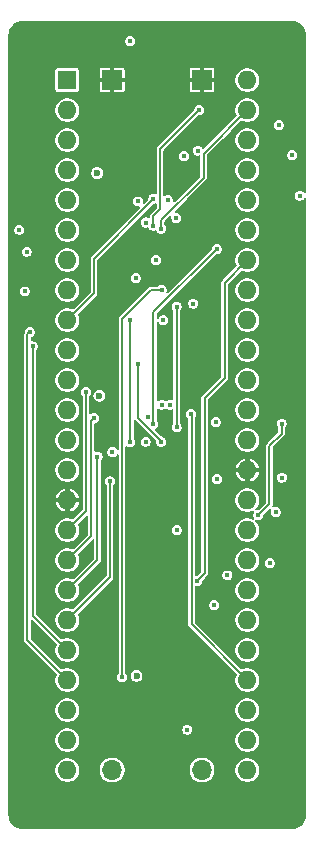
<source format=gbr>
G04 #@! TF.GenerationSoftware,KiCad,Pcbnew,9.0.6-9.0.6~ubuntu25.10.1*
G04 #@! TF.CreationDate,2025-12-24T16:01:02+09:00*
G04 #@! TF.ProjectId,bionic-mc68008,62696f6e-6963-42d6-9d63-36383030382e,2*
G04 #@! TF.SameCoordinates,Original*
G04 #@! TF.FileFunction,Copper,L3,Inr*
G04 #@! TF.FilePolarity,Positive*
%FSLAX46Y46*%
G04 Gerber Fmt 4.6, Leading zero omitted, Abs format (unit mm)*
G04 Created by KiCad (PCBNEW 9.0.6-9.0.6~ubuntu25.10.1) date 2025-12-24 16:01:02*
%MOMM*%
%LPD*%
G01*
G04 APERTURE LIST*
G04 #@! TA.AperFunction,ComponentPad*
%ADD10R,1.600000X1.600000*%
G04 #@! TD*
G04 #@! TA.AperFunction,ComponentPad*
%ADD11O,1.600000X1.600000*%
G04 #@! TD*
G04 #@! TA.AperFunction,ComponentPad*
%ADD12R,1.700000X1.700000*%
G04 #@! TD*
G04 #@! TA.AperFunction,ComponentPad*
%ADD13O,1.700000X1.700000*%
G04 #@! TD*
G04 #@! TA.AperFunction,ViaPad*
%ADD14C,0.600000*%
G04 #@! TD*
G04 #@! TA.AperFunction,ViaPad*
%ADD15C,0.450000*%
G04 #@! TD*
G04 #@! TA.AperFunction,Conductor*
%ADD16C,0.150000*%
G04 #@! TD*
G04 APERTURE END LIST*
D10*
X106080000Y-75080000D03*
D11*
X106080000Y-77620000D03*
X106080000Y-80160000D03*
X106080000Y-82700000D03*
X106080000Y-85240000D03*
X106080000Y-87780000D03*
X106080000Y-90320000D03*
X106080000Y-92860000D03*
X106080000Y-95400000D03*
X106080000Y-97940000D03*
X106080000Y-100480000D03*
X106080000Y-103020000D03*
X106080000Y-105560000D03*
X106080000Y-108100000D03*
X106080000Y-110640000D03*
X106080000Y-113180000D03*
X106080000Y-115720000D03*
X106080000Y-118260000D03*
X106080000Y-120800000D03*
X106080000Y-123340000D03*
X106080000Y-125880000D03*
X106080000Y-128420000D03*
X106080000Y-130960000D03*
X106080000Y-133500000D03*
X121320000Y-133500000D03*
X121320000Y-130960000D03*
X121320000Y-128420000D03*
X121320000Y-125880000D03*
X121320000Y-123340000D03*
X121320000Y-120800000D03*
X121320000Y-118260000D03*
X121320000Y-115720000D03*
X121320000Y-113180000D03*
X121320000Y-110640000D03*
X121320000Y-108100000D03*
X121320000Y-105560000D03*
X121320000Y-103020000D03*
X121320000Y-100480000D03*
X121320000Y-97940000D03*
X121320000Y-95400000D03*
X121320000Y-92860000D03*
X121320000Y-90320000D03*
X121320000Y-87780000D03*
X121320000Y-85240000D03*
X121320000Y-82700000D03*
X121320000Y-80160000D03*
X121320000Y-77620000D03*
X121320000Y-75080000D03*
D12*
X109885400Y-75080000D03*
D13*
X109885400Y-133500000D03*
X117489200Y-133500000D03*
D12*
X117489200Y-75080000D03*
D14*
X103921000Y-102639000D03*
X109509000Y-98194000D03*
X111949000Y-125526000D03*
X108620000Y-82954000D03*
X108798000Y-101814000D03*
D15*
X111414000Y-71778000D03*
X124241000Y-104163000D03*
X122267000Y-111910000D03*
X123733000Y-111656000D03*
X108366900Y-103690400D03*
X102021700Y-87741900D03*
X109703000Y-109053600D03*
X102905000Y-96416000D03*
X124252000Y-108735000D03*
X123987000Y-78890000D03*
X103159000Y-97632200D03*
X125130000Y-81430000D03*
X102651000Y-89608800D03*
X114025000Y-87653000D03*
X112725000Y-105699700D03*
X114074751Y-102570000D03*
X114773950Y-102569950D03*
X112925000Y-103566100D03*
X109915400Y-106584190D03*
X114068300Y-92860000D03*
X110731400Y-125626000D03*
X102473200Y-92974300D03*
X108645400Y-106957000D03*
X125765000Y-84859000D03*
X117094550Y-117488950D03*
X107662600Y-101468200D03*
X116557500Y-103337500D03*
X118749000Y-108862000D03*
X118526000Y-119530000D03*
X118653000Y-104036000D03*
X117256000Y-77620000D03*
X113375000Y-87399000D03*
X114589000Y-85240000D03*
X115351000Y-113180000D03*
X111425001Y-105712400D03*
X111425000Y-95400000D03*
X123225000Y-115974000D03*
X115338300Y-94257000D03*
X115338300Y-104493200D03*
X114224999Y-95413400D03*
X115974999Y-81518900D03*
X117129000Y-81049000D03*
X119650000Y-117021750D03*
X118729200Y-89392900D03*
X113375000Y-104239300D03*
X116748000Y-94003000D03*
X113598400Y-90320000D03*
X115325000Y-86751300D03*
X111875000Y-91844000D03*
X112061301Y-85353301D03*
X112733533Y-87141612D03*
X114025000Y-105687000D03*
X112049000Y-99083000D03*
X113375002Y-85113000D03*
X116240000Y-130071000D03*
D16*
X119415000Y-92225000D02*
X121320000Y-90320000D01*
X119415000Y-100305311D02*
X119415000Y-92225000D01*
X117725900Y-101994411D02*
X119415000Y-100305311D01*
X117094550Y-117488950D02*
X117725900Y-116857600D01*
X117725900Y-116857600D02*
X117725900Y-101994411D01*
X114068300Y-92860000D02*
X113192000Y-92860000D01*
X113192000Y-92860000D02*
X110731400Y-95320600D01*
X110731400Y-95320600D02*
X110731400Y-125626000D01*
X108645400Y-106957000D02*
X108645400Y-115694600D01*
X108645400Y-115694600D02*
X106080000Y-118260000D01*
X124241000Y-104163000D02*
X124241000Y-105005000D01*
X124241000Y-105005000D02*
X123199600Y-106046400D01*
X123199600Y-106046400D02*
X123199600Y-110977400D01*
X123199600Y-110977400D02*
X122267000Y-111910000D01*
X116557500Y-103337500D02*
X116621000Y-103401000D01*
X121320000Y-125867300D02*
X121320000Y-125880000D01*
X116621000Y-103401000D02*
X116621000Y-121168300D01*
X116621000Y-121168300D02*
X121320000Y-125867300D01*
X106080000Y-113180000D02*
X107680200Y-111579800D01*
X107680200Y-101485800D02*
X107662600Y-101468200D01*
X107680200Y-111579800D02*
X107680200Y-101485800D01*
X115338300Y-94257000D02*
X115338300Y-104493200D01*
X108112000Y-103945300D02*
X108366900Y-103690400D01*
X106080000Y-115720000D02*
X108112000Y-113688000D01*
X108112000Y-113688000D02*
X108112000Y-103945300D01*
X109703000Y-117177000D02*
X109703000Y-109053600D01*
X106080000Y-120800000D02*
X109703000Y-117177000D01*
X102708000Y-96613000D02*
X102708000Y-122508000D01*
X102905000Y-96416000D02*
X102708000Y-96613000D01*
X102708000Y-122508000D02*
X106080000Y-125880000D01*
X103159000Y-120419000D02*
X106080000Y-123340000D01*
X103159000Y-97632200D02*
X103159000Y-120419000D01*
X114025000Y-87653000D02*
X114025000Y-86947000D01*
X117637000Y-83335000D02*
X117637000Y-81303000D01*
X114025000Y-86947000D02*
X117637000Y-83335000D01*
X117637000Y-81303000D02*
X121320000Y-77620000D01*
X113954000Y-80922000D02*
X117256000Y-77620000D01*
X113375000Y-86581000D02*
X113954000Y-86002000D01*
X113375000Y-87399000D02*
X113375000Y-86581000D01*
X113954000Y-86002000D02*
X113954000Y-80922000D01*
X111426700Y-105291601D02*
X111425001Y-105293300D01*
X111425001Y-105293300D02*
X111425001Y-105712400D01*
X111425000Y-97016800D02*
X111426700Y-97018500D01*
X111426700Y-97018500D02*
X111426700Y-105291601D01*
X111425000Y-95400000D02*
X111425000Y-97016800D01*
X114025000Y-105631000D02*
X114025000Y-105687000D01*
X112049000Y-103655000D02*
X114025000Y-105631000D01*
X112049000Y-99083000D02*
X112049000Y-103655000D01*
X113375002Y-85183998D02*
X108366000Y-90193000D01*
X108366000Y-93114000D02*
X106080000Y-95400000D01*
X113375002Y-85113000D02*
X113375002Y-85183998D01*
X108366000Y-90193000D02*
X108366000Y-93114000D01*
X113375000Y-104239300D02*
X113375000Y-94747100D01*
X113375000Y-94747100D02*
X118729200Y-89392900D01*
G04 #@! TA.AperFunction,Conductor*
G36*
X125134309Y-70100877D02*
G01*
X125324457Y-70117512D01*
X125341437Y-70120505D01*
X125521635Y-70168789D01*
X125537839Y-70174687D01*
X125706902Y-70253523D01*
X125721842Y-70262149D01*
X125874641Y-70369140D01*
X125887861Y-70380232D01*
X126019767Y-70512138D01*
X126030859Y-70525358D01*
X126137850Y-70678157D01*
X126146478Y-70693101D01*
X126225308Y-70862151D01*
X126231211Y-70878368D01*
X126279492Y-71058555D01*
X126282488Y-71075550D01*
X126299123Y-71265690D01*
X126299500Y-71274318D01*
X126299500Y-84564308D01*
X126280593Y-84622499D01*
X126231093Y-84658463D01*
X126169907Y-84658463D01*
X126120407Y-84622499D01*
X126114764Y-84613809D01*
X126108072Y-84602218D01*
X126105485Y-84597737D01*
X126026263Y-84518515D01*
X126026260Y-84518513D01*
X125929240Y-84462498D01*
X125929242Y-84462498D01*
X125887251Y-84451247D01*
X125821018Y-84433500D01*
X125708982Y-84433500D01*
X125642748Y-84451247D01*
X125600758Y-84462498D01*
X125503739Y-84518513D01*
X125424513Y-84597739D01*
X125368498Y-84694758D01*
X125368497Y-84694763D01*
X125339500Y-84802982D01*
X125339500Y-84915018D01*
X125356574Y-84978739D01*
X125368498Y-85023241D01*
X125408219Y-85092038D01*
X125424515Y-85120263D01*
X125503737Y-85199485D01*
X125503739Y-85199486D01*
X125600759Y-85255501D01*
X125600757Y-85255501D01*
X125600761Y-85255502D01*
X125600763Y-85255503D01*
X125708982Y-85284500D01*
X125708984Y-85284500D01*
X125821016Y-85284500D01*
X125821018Y-85284500D01*
X125929237Y-85255503D01*
X125929239Y-85255501D01*
X125929241Y-85255501D01*
X125958064Y-85238859D01*
X126026263Y-85199485D01*
X126105485Y-85120263D01*
X126114764Y-85104190D01*
X126160232Y-85063250D01*
X126221082Y-85056854D01*
X126274071Y-85087446D01*
X126298958Y-85143342D01*
X126299500Y-85153691D01*
X126299500Y-137305681D01*
X126299123Y-137314309D01*
X126282488Y-137504449D01*
X126279492Y-137521444D01*
X126231211Y-137701631D01*
X126225308Y-137717848D01*
X126146478Y-137886898D01*
X126137850Y-137901842D01*
X126030859Y-138054641D01*
X126019767Y-138067861D01*
X125887861Y-138199767D01*
X125874641Y-138210859D01*
X125721842Y-138317850D01*
X125706898Y-138326478D01*
X125537848Y-138405308D01*
X125521631Y-138411211D01*
X125341444Y-138459492D01*
X125324449Y-138462488D01*
X125134309Y-138479123D01*
X125125681Y-138479500D01*
X102274319Y-138479500D01*
X102265691Y-138479123D01*
X102075550Y-138462488D01*
X102058555Y-138459492D01*
X101878368Y-138411211D01*
X101862154Y-138405309D01*
X101693100Y-138326477D01*
X101678157Y-138317850D01*
X101525358Y-138210859D01*
X101512138Y-138199767D01*
X101380232Y-138067861D01*
X101369140Y-138054641D01*
X101262149Y-137901842D01*
X101253523Y-137886902D01*
X101174687Y-137717839D01*
X101168788Y-137701631D01*
X101149843Y-137630926D01*
X101120505Y-137521437D01*
X101117512Y-137504457D01*
X101100877Y-137314309D01*
X101100500Y-137305681D01*
X101100500Y-133401456D01*
X105079500Y-133401456D01*
X105079500Y-133598543D01*
X105117949Y-133791834D01*
X105117949Y-133791836D01*
X105193367Y-133973913D01*
X105193368Y-133973914D01*
X105302861Y-134137782D01*
X105442218Y-134277139D01*
X105606086Y-134386632D01*
X105788165Y-134462051D01*
X105981459Y-134500500D01*
X105981460Y-134500500D01*
X106178540Y-134500500D01*
X106178541Y-134500500D01*
X106371835Y-134462051D01*
X106553914Y-134386632D01*
X106717782Y-134277139D01*
X106857139Y-134137782D01*
X106966632Y-133973914D01*
X107042051Y-133791835D01*
X107080500Y-133598541D01*
X107080500Y-133401459D01*
X107080499Y-133401456D01*
X107079520Y-133396532D01*
X108834900Y-133396532D01*
X108834900Y-133603467D01*
X108875269Y-133806418D01*
X108954458Y-133997597D01*
X109048126Y-134137782D01*
X109069423Y-134169655D01*
X109215745Y-134315977D01*
X109387802Y-134430941D01*
X109578980Y-134510130D01*
X109781935Y-134550500D01*
X109781936Y-134550500D01*
X109988864Y-134550500D01*
X109988865Y-134550500D01*
X110191820Y-134510130D01*
X110382998Y-134430941D01*
X110555055Y-134315977D01*
X110701377Y-134169655D01*
X110816341Y-133997598D01*
X110895530Y-133806420D01*
X110935900Y-133603465D01*
X110935900Y-133396535D01*
X110935899Y-133396532D01*
X116438700Y-133396532D01*
X116438700Y-133603467D01*
X116479069Y-133806418D01*
X116558258Y-133997597D01*
X116651926Y-134137782D01*
X116673223Y-134169655D01*
X116819545Y-134315977D01*
X116991602Y-134430941D01*
X117182780Y-134510130D01*
X117385735Y-134550500D01*
X117385736Y-134550500D01*
X117592664Y-134550500D01*
X117592665Y-134550500D01*
X117795620Y-134510130D01*
X117986798Y-134430941D01*
X118158855Y-134315977D01*
X118305177Y-134169655D01*
X118420141Y-133997598D01*
X118499330Y-133806420D01*
X118539700Y-133603465D01*
X118539700Y-133401456D01*
X120319500Y-133401456D01*
X120319500Y-133598543D01*
X120357949Y-133791834D01*
X120357949Y-133791836D01*
X120433367Y-133973913D01*
X120433368Y-133973914D01*
X120542861Y-134137782D01*
X120682218Y-134277139D01*
X120846086Y-134386632D01*
X121028165Y-134462051D01*
X121221459Y-134500500D01*
X121221460Y-134500500D01*
X121418540Y-134500500D01*
X121418541Y-134500500D01*
X121611835Y-134462051D01*
X121793914Y-134386632D01*
X121957782Y-134277139D01*
X122097139Y-134137782D01*
X122206632Y-133973914D01*
X122282051Y-133791835D01*
X122320500Y-133598541D01*
X122320500Y-133401459D01*
X122282051Y-133208165D01*
X122206632Y-133026086D01*
X122097139Y-132862218D01*
X121957782Y-132722861D01*
X121793914Y-132613368D01*
X121793915Y-132613368D01*
X121793913Y-132613367D01*
X121611835Y-132537949D01*
X121418543Y-132499500D01*
X121418541Y-132499500D01*
X121221459Y-132499500D01*
X121221456Y-132499500D01*
X121028165Y-132537949D01*
X121028163Y-132537949D01*
X120846086Y-132613367D01*
X120682218Y-132722861D01*
X120682214Y-132722864D01*
X120542864Y-132862214D01*
X120542861Y-132862218D01*
X120433367Y-133026086D01*
X120357949Y-133208163D01*
X120357949Y-133208165D01*
X120319500Y-133401456D01*
X118539700Y-133401456D01*
X118539700Y-133396535D01*
X118499330Y-133193580D01*
X118420141Y-133002402D01*
X118305177Y-132830345D01*
X118158855Y-132684023D01*
X118053112Y-132613368D01*
X117986797Y-132569058D01*
X117795618Y-132489869D01*
X117592667Y-132449500D01*
X117592665Y-132449500D01*
X117385735Y-132449500D01*
X117385732Y-132449500D01*
X117182781Y-132489869D01*
X116991602Y-132569058D01*
X116819548Y-132684020D01*
X116673220Y-132830348D01*
X116558258Y-133002402D01*
X116479069Y-133193581D01*
X116438700Y-133396532D01*
X110935899Y-133396532D01*
X110895530Y-133193580D01*
X110816341Y-133002402D01*
X110701377Y-132830345D01*
X110555055Y-132684023D01*
X110449312Y-132613368D01*
X110382997Y-132569058D01*
X110191818Y-132489869D01*
X109988867Y-132449500D01*
X109988865Y-132449500D01*
X109781935Y-132449500D01*
X109781932Y-132449500D01*
X109578981Y-132489869D01*
X109387802Y-132569058D01*
X109215748Y-132684020D01*
X109069420Y-132830348D01*
X108954458Y-133002402D01*
X108875269Y-133193581D01*
X108834900Y-133396532D01*
X107079520Y-133396532D01*
X107074120Y-133369388D01*
X107042051Y-133208165D01*
X106966632Y-133026086D01*
X106857139Y-132862218D01*
X106717782Y-132722861D01*
X106553914Y-132613368D01*
X106553915Y-132613368D01*
X106553913Y-132613367D01*
X106371835Y-132537949D01*
X106178543Y-132499500D01*
X106178541Y-132499500D01*
X105981459Y-132499500D01*
X105981456Y-132499500D01*
X105788165Y-132537949D01*
X105788163Y-132537949D01*
X105606086Y-132613367D01*
X105442218Y-132722861D01*
X105442214Y-132722864D01*
X105302864Y-132862214D01*
X105302861Y-132862218D01*
X105193367Y-133026086D01*
X105117949Y-133208163D01*
X105117949Y-133208165D01*
X105079500Y-133401456D01*
X101100500Y-133401456D01*
X101100500Y-130861456D01*
X105079500Y-130861456D01*
X105079500Y-131058543D01*
X105117949Y-131251834D01*
X105117949Y-131251836D01*
X105193367Y-131433913D01*
X105193368Y-131433914D01*
X105302861Y-131597782D01*
X105442218Y-131737139D01*
X105606086Y-131846632D01*
X105788165Y-131922051D01*
X105981459Y-131960500D01*
X105981460Y-131960500D01*
X106178540Y-131960500D01*
X106178541Y-131960500D01*
X106371835Y-131922051D01*
X106553914Y-131846632D01*
X106717782Y-131737139D01*
X106857139Y-131597782D01*
X106966632Y-131433914D01*
X107042051Y-131251835D01*
X107080500Y-131058541D01*
X107080500Y-130861459D01*
X107080499Y-130861456D01*
X120319500Y-130861456D01*
X120319500Y-131058543D01*
X120357949Y-131251834D01*
X120357949Y-131251836D01*
X120433367Y-131433913D01*
X120433368Y-131433914D01*
X120542861Y-131597782D01*
X120682218Y-131737139D01*
X120846086Y-131846632D01*
X121028165Y-131922051D01*
X121221459Y-131960500D01*
X121221460Y-131960500D01*
X121418540Y-131960500D01*
X121418541Y-131960500D01*
X121611835Y-131922051D01*
X121793914Y-131846632D01*
X121957782Y-131737139D01*
X122097139Y-131597782D01*
X122206632Y-131433914D01*
X122282051Y-131251835D01*
X122320500Y-131058541D01*
X122320500Y-130861459D01*
X122282051Y-130668165D01*
X122206632Y-130486086D01*
X122097139Y-130322218D01*
X121957782Y-130182861D01*
X121793914Y-130073368D01*
X121793915Y-130073368D01*
X121793913Y-130073367D01*
X121611835Y-129997949D01*
X121418543Y-129959500D01*
X121418541Y-129959500D01*
X121221459Y-129959500D01*
X121221456Y-129959500D01*
X121028165Y-129997949D01*
X121028163Y-129997949D01*
X120846086Y-130073367D01*
X120682218Y-130182861D01*
X120682214Y-130182864D01*
X120542864Y-130322214D01*
X120542861Y-130322218D01*
X120433367Y-130486086D01*
X120357949Y-130668163D01*
X120357949Y-130668165D01*
X120319500Y-130861456D01*
X107080499Y-130861456D01*
X107042051Y-130668165D01*
X106966632Y-130486086D01*
X106857139Y-130322218D01*
X106717782Y-130182861D01*
X106553914Y-130073368D01*
X106553915Y-130073368D01*
X106553913Y-130073367D01*
X106412957Y-130014982D01*
X115814500Y-130014982D01*
X115814500Y-130127018D01*
X115829463Y-130182861D01*
X115843498Y-130235241D01*
X115899513Y-130332260D01*
X115899515Y-130332263D01*
X115978737Y-130411485D01*
X115978739Y-130411486D01*
X116075759Y-130467501D01*
X116075757Y-130467501D01*
X116075761Y-130467502D01*
X116075763Y-130467503D01*
X116183982Y-130496500D01*
X116183984Y-130496500D01*
X116296016Y-130496500D01*
X116296018Y-130496500D01*
X116404237Y-130467503D01*
X116404239Y-130467501D01*
X116404241Y-130467501D01*
X116433064Y-130450859D01*
X116501263Y-130411485D01*
X116580485Y-130332263D01*
X116636503Y-130235237D01*
X116665500Y-130127018D01*
X116665500Y-130014982D01*
X116636503Y-129906763D01*
X116636501Y-129906760D01*
X116636501Y-129906758D01*
X116580486Y-129809739D01*
X116580485Y-129809737D01*
X116501263Y-129730515D01*
X116501260Y-129730513D01*
X116404240Y-129674498D01*
X116404242Y-129674498D01*
X116362251Y-129663247D01*
X116296018Y-129645500D01*
X116183982Y-129645500D01*
X116117748Y-129663247D01*
X116075758Y-129674498D01*
X115978739Y-129730513D01*
X115899513Y-129809739D01*
X115843498Y-129906758D01*
X115843497Y-129906763D01*
X115814500Y-130014982D01*
X106412957Y-130014982D01*
X106371835Y-129997949D01*
X106178543Y-129959500D01*
X106178541Y-129959500D01*
X105981459Y-129959500D01*
X105981456Y-129959500D01*
X105788165Y-129997949D01*
X105788163Y-129997949D01*
X105606086Y-130073367D01*
X105442218Y-130182861D01*
X105442214Y-130182864D01*
X105302864Y-130322214D01*
X105302861Y-130322218D01*
X105193367Y-130486086D01*
X105117949Y-130668163D01*
X105117949Y-130668165D01*
X105079500Y-130861456D01*
X101100500Y-130861456D01*
X101100500Y-128321456D01*
X105079500Y-128321456D01*
X105079500Y-128518543D01*
X105117949Y-128711834D01*
X105117949Y-128711836D01*
X105193367Y-128893913D01*
X105193368Y-128893914D01*
X105302861Y-129057782D01*
X105442218Y-129197139D01*
X105606086Y-129306632D01*
X105788165Y-129382051D01*
X105981459Y-129420500D01*
X105981460Y-129420500D01*
X106178540Y-129420500D01*
X106178541Y-129420500D01*
X106371835Y-129382051D01*
X106553914Y-129306632D01*
X106717782Y-129197139D01*
X106857139Y-129057782D01*
X106966632Y-128893914D01*
X107042051Y-128711835D01*
X107080500Y-128518541D01*
X107080500Y-128321459D01*
X107080499Y-128321456D01*
X120319500Y-128321456D01*
X120319500Y-128518543D01*
X120357949Y-128711834D01*
X120357949Y-128711836D01*
X120433367Y-128893913D01*
X120433368Y-128893914D01*
X120542861Y-129057782D01*
X120682218Y-129197139D01*
X120846086Y-129306632D01*
X121028165Y-129382051D01*
X121221459Y-129420500D01*
X121221460Y-129420500D01*
X121418540Y-129420500D01*
X121418541Y-129420500D01*
X121611835Y-129382051D01*
X121793914Y-129306632D01*
X121957782Y-129197139D01*
X122097139Y-129057782D01*
X122206632Y-128893914D01*
X122282051Y-128711835D01*
X122320500Y-128518541D01*
X122320500Y-128321459D01*
X122282051Y-128128165D01*
X122206632Y-127946086D01*
X122097139Y-127782218D01*
X121957782Y-127642861D01*
X121793914Y-127533368D01*
X121793915Y-127533368D01*
X121793913Y-127533367D01*
X121611835Y-127457949D01*
X121418543Y-127419500D01*
X121418541Y-127419500D01*
X121221459Y-127419500D01*
X121221456Y-127419500D01*
X121028165Y-127457949D01*
X121028163Y-127457949D01*
X120846086Y-127533367D01*
X120682218Y-127642861D01*
X120682214Y-127642864D01*
X120542864Y-127782214D01*
X120542861Y-127782218D01*
X120433367Y-127946086D01*
X120357949Y-128128163D01*
X120357949Y-128128165D01*
X120319500Y-128321456D01*
X107080499Y-128321456D01*
X107042051Y-128128165D01*
X106966632Y-127946086D01*
X106857139Y-127782218D01*
X106717782Y-127642861D01*
X106553914Y-127533368D01*
X106553915Y-127533368D01*
X106553913Y-127533367D01*
X106371835Y-127457949D01*
X106178543Y-127419500D01*
X106178541Y-127419500D01*
X105981459Y-127419500D01*
X105981456Y-127419500D01*
X105788165Y-127457949D01*
X105788163Y-127457949D01*
X105606086Y-127533367D01*
X105442218Y-127642861D01*
X105442214Y-127642864D01*
X105302864Y-127782214D01*
X105302861Y-127782218D01*
X105193367Y-127946086D01*
X105117949Y-128128163D01*
X105117949Y-128128165D01*
X105079500Y-128321456D01*
X101100500Y-128321456D01*
X101100500Y-96558200D01*
X102432500Y-96558200D01*
X102432500Y-122562800D01*
X102474443Y-122664058D01*
X104689884Y-124879500D01*
X105153360Y-125342976D01*
X105181137Y-125397493D01*
X105174820Y-125450865D01*
X105117949Y-125588163D01*
X105117949Y-125588165D01*
X105079500Y-125781456D01*
X105079500Y-125978543D01*
X105117949Y-126171834D01*
X105117949Y-126171836D01*
X105193367Y-126353913D01*
X105193368Y-126353914D01*
X105302861Y-126517782D01*
X105442218Y-126657139D01*
X105606086Y-126766632D01*
X105788165Y-126842051D01*
X105981459Y-126880500D01*
X105981460Y-126880500D01*
X106178540Y-126880500D01*
X106178541Y-126880500D01*
X106371835Y-126842051D01*
X106553914Y-126766632D01*
X106717782Y-126657139D01*
X106857139Y-126517782D01*
X106966632Y-126353914D01*
X107042051Y-126171835D01*
X107080500Y-125978541D01*
X107080500Y-125781459D01*
X107042051Y-125588165D01*
X106966632Y-125406086D01*
X106857139Y-125242218D01*
X106717782Y-125102861D01*
X106553914Y-124993368D01*
X106553915Y-124993368D01*
X106553913Y-124993367D01*
X106371835Y-124917949D01*
X106178543Y-124879500D01*
X106178541Y-124879500D01*
X105981459Y-124879500D01*
X105981456Y-124879500D01*
X105788165Y-124917949D01*
X105788163Y-124917949D01*
X105650865Y-124974820D01*
X105589869Y-124979621D01*
X105542976Y-124953360D01*
X103012496Y-122422880D01*
X102984719Y-122368363D01*
X102983500Y-122352876D01*
X102983500Y-120872123D01*
X103002407Y-120813932D01*
X103051907Y-120777968D01*
X103113093Y-120777968D01*
X103152503Y-120802118D01*
X104689884Y-122339500D01*
X105153360Y-122802976D01*
X105181137Y-122857493D01*
X105174820Y-122910865D01*
X105117949Y-123048163D01*
X105117949Y-123048165D01*
X105079500Y-123241456D01*
X105079500Y-123438543D01*
X105117949Y-123631834D01*
X105117949Y-123631836D01*
X105193367Y-123813913D01*
X105193368Y-123813914D01*
X105302861Y-123977782D01*
X105442218Y-124117139D01*
X105606086Y-124226632D01*
X105788165Y-124302051D01*
X105981459Y-124340500D01*
X105981460Y-124340500D01*
X106178540Y-124340500D01*
X106178541Y-124340500D01*
X106371835Y-124302051D01*
X106553914Y-124226632D01*
X106717782Y-124117139D01*
X106857139Y-123977782D01*
X106966632Y-123813914D01*
X107042051Y-123631835D01*
X107080500Y-123438541D01*
X107080500Y-123241459D01*
X107042051Y-123048165D01*
X106966632Y-122866086D01*
X106857139Y-122702218D01*
X106717782Y-122562861D01*
X106553914Y-122453368D01*
X106553915Y-122453368D01*
X106553913Y-122453367D01*
X106371835Y-122377949D01*
X106178543Y-122339500D01*
X106178541Y-122339500D01*
X105981459Y-122339500D01*
X105981456Y-122339500D01*
X105788165Y-122377949D01*
X105788163Y-122377949D01*
X105650865Y-122434820D01*
X105589869Y-122439621D01*
X105542976Y-122413360D01*
X103831072Y-120701456D01*
X105079500Y-120701456D01*
X105079500Y-120701459D01*
X105079500Y-120898541D01*
X105116227Y-121083180D01*
X105117949Y-121091834D01*
X105117949Y-121091836D01*
X105193367Y-121273913D01*
X105193368Y-121273914D01*
X105302861Y-121437782D01*
X105442218Y-121577139D01*
X105606086Y-121686632D01*
X105788165Y-121762051D01*
X105981459Y-121800500D01*
X105981460Y-121800500D01*
X106178540Y-121800500D01*
X106178541Y-121800500D01*
X106371835Y-121762051D01*
X106553914Y-121686632D01*
X106717782Y-121577139D01*
X106857139Y-121437782D01*
X106966632Y-121273914D01*
X107042051Y-121091835D01*
X107080500Y-120898541D01*
X107080500Y-120701459D01*
X107042051Y-120508165D01*
X106985178Y-120370862D01*
X106980378Y-120309867D01*
X107006637Y-120262976D01*
X109936558Y-117333058D01*
X109957288Y-117283010D01*
X109978500Y-117231801D01*
X109978500Y-109420855D01*
X109997407Y-109362664D01*
X110007490Y-109350857D01*
X110043485Y-109314863D01*
X110099503Y-109217837D01*
X110128500Y-109109618D01*
X110128500Y-108997582D01*
X110099503Y-108889363D01*
X110099501Y-108889360D01*
X110099501Y-108889358D01*
X110043486Y-108792339D01*
X110043485Y-108792337D01*
X109964263Y-108713115D01*
X109937673Y-108697763D01*
X109867240Y-108657098D01*
X109867242Y-108657098D01*
X109825251Y-108645847D01*
X109759018Y-108628100D01*
X109646982Y-108628100D01*
X109580748Y-108645847D01*
X109538758Y-108657098D01*
X109441739Y-108713113D01*
X109362513Y-108792339D01*
X109306498Y-108889358D01*
X109298819Y-108918018D01*
X109277500Y-108997582D01*
X109277500Y-109109618D01*
X109283364Y-109131503D01*
X109306498Y-109217841D01*
X109362513Y-109314860D01*
X109362515Y-109314863D01*
X109398505Y-109350853D01*
X109426281Y-109405368D01*
X109427500Y-109420855D01*
X109427500Y-117021876D01*
X109408593Y-117080067D01*
X109398504Y-117091880D01*
X106617023Y-119873360D01*
X106562506Y-119901137D01*
X106509135Y-119894820D01*
X106371835Y-119837949D01*
X106371833Y-119837948D01*
X106178543Y-119799500D01*
X106178541Y-119799500D01*
X105981459Y-119799500D01*
X105981456Y-119799500D01*
X105788165Y-119837949D01*
X105788163Y-119837949D01*
X105606086Y-119913367D01*
X105442218Y-120022861D01*
X105442214Y-120022864D01*
X105302864Y-120162214D01*
X105302861Y-120162218D01*
X105193367Y-120326086D01*
X105117949Y-120508163D01*
X105117949Y-120508165D01*
X105079500Y-120701456D01*
X103831072Y-120701456D01*
X103463496Y-120333880D01*
X103435719Y-120279363D01*
X103434500Y-120263876D01*
X103434500Y-113081456D01*
X105079500Y-113081456D01*
X105079500Y-113278543D01*
X105117949Y-113471834D01*
X105117949Y-113471836D01*
X105193367Y-113653913D01*
X105193368Y-113653914D01*
X105302861Y-113817782D01*
X105442218Y-113957139D01*
X105606086Y-114066632D01*
X105788165Y-114142051D01*
X105981459Y-114180500D01*
X105981460Y-114180500D01*
X106178540Y-114180500D01*
X106178541Y-114180500D01*
X106371835Y-114142051D01*
X106553914Y-114066632D01*
X106717782Y-113957139D01*
X106857139Y-113817782D01*
X106966632Y-113653914D01*
X107042051Y-113471835D01*
X107080500Y-113278541D01*
X107080500Y-113081459D01*
X107042051Y-112888165D01*
X106985178Y-112750862D01*
X106980378Y-112689868D01*
X107006637Y-112642977D01*
X107667496Y-111982119D01*
X107722013Y-111954342D01*
X107782445Y-111963913D01*
X107825710Y-112007178D01*
X107836500Y-112052123D01*
X107836500Y-113532876D01*
X107817593Y-113591067D01*
X107807504Y-113602880D01*
X106617023Y-114793360D01*
X106562506Y-114821137D01*
X106509135Y-114814820D01*
X106371835Y-114757949D01*
X106371833Y-114757948D01*
X106178543Y-114719500D01*
X106178541Y-114719500D01*
X105981459Y-114719500D01*
X105981456Y-114719500D01*
X105788165Y-114757949D01*
X105788163Y-114757949D01*
X105606086Y-114833367D01*
X105442218Y-114942861D01*
X105442214Y-114942864D01*
X105302864Y-115082214D01*
X105302861Y-115082218D01*
X105193367Y-115246086D01*
X105117949Y-115428163D01*
X105117949Y-115428165D01*
X105079500Y-115621456D01*
X105079500Y-115818543D01*
X105117949Y-116011834D01*
X105117949Y-116011836D01*
X105193367Y-116193913D01*
X105193368Y-116193914D01*
X105302861Y-116357782D01*
X105442218Y-116497139D01*
X105606086Y-116606632D01*
X105788165Y-116682051D01*
X105981459Y-116720500D01*
X105981460Y-116720500D01*
X106178540Y-116720500D01*
X106178541Y-116720500D01*
X106371835Y-116682051D01*
X106553914Y-116606632D01*
X106717782Y-116497139D01*
X106857139Y-116357782D01*
X106966632Y-116193914D01*
X107042051Y-116011835D01*
X107080500Y-115818541D01*
X107080500Y-115621459D01*
X107042051Y-115428165D01*
X106985178Y-115290862D01*
X106980378Y-115229867D01*
X107006637Y-115182976D01*
X108200897Y-113988717D01*
X108255413Y-113960941D01*
X108315845Y-113970512D01*
X108359110Y-114013777D01*
X108369900Y-114058722D01*
X108369900Y-115539476D01*
X108350993Y-115597667D01*
X108340904Y-115609480D01*
X106617023Y-117333360D01*
X106562506Y-117361137D01*
X106509135Y-117354820D01*
X106371835Y-117297949D01*
X106371833Y-117297948D01*
X106178543Y-117259500D01*
X106178541Y-117259500D01*
X105981459Y-117259500D01*
X105981456Y-117259500D01*
X105788165Y-117297949D01*
X105788163Y-117297949D01*
X105606086Y-117373367D01*
X105442218Y-117482861D01*
X105442214Y-117482864D01*
X105302864Y-117622214D01*
X105302861Y-117622218D01*
X105193367Y-117786086D01*
X105117949Y-117968163D01*
X105117949Y-117968165D01*
X105079500Y-118161456D01*
X105079500Y-118358543D01*
X105117949Y-118551834D01*
X105117949Y-118551836D01*
X105193367Y-118733913D01*
X105193368Y-118733914D01*
X105302861Y-118897782D01*
X105442218Y-119037139D01*
X105606086Y-119146632D01*
X105788165Y-119222051D01*
X105981459Y-119260500D01*
X105981460Y-119260500D01*
X106178540Y-119260500D01*
X106178541Y-119260500D01*
X106371835Y-119222051D01*
X106553914Y-119146632D01*
X106717782Y-119037139D01*
X106857139Y-118897782D01*
X106966632Y-118733914D01*
X107042051Y-118551835D01*
X107080500Y-118358541D01*
X107080500Y-118161459D01*
X107042051Y-117968165D01*
X106985178Y-117830862D01*
X106980378Y-117769867D01*
X107006637Y-117722976D01*
X108878957Y-115850659D01*
X108904294Y-115789489D01*
X108920900Y-115749400D01*
X108920900Y-107324255D01*
X108939807Y-107266064D01*
X108949890Y-107254257D01*
X108985885Y-107218263D01*
X109041903Y-107121237D01*
X109070900Y-107013018D01*
X109070900Y-106900982D01*
X109041903Y-106792763D01*
X109041901Y-106792760D01*
X109041901Y-106792758D01*
X108985886Y-106695739D01*
X108985885Y-106695737D01*
X108906663Y-106616515D01*
X108890907Y-106607418D01*
X108890906Y-106607417D01*
X108809640Y-106560498D01*
X108809642Y-106560498D01*
X108766722Y-106548998D01*
X108701418Y-106531500D01*
X108589382Y-106531500D01*
X108565972Y-106537772D01*
X108512122Y-106552201D01*
X108451021Y-106548998D01*
X108425304Y-106528172D01*
X109489900Y-106528172D01*
X109489900Y-106640208D01*
X109515472Y-106735645D01*
X109518898Y-106748431D01*
X109574913Y-106845450D01*
X109574915Y-106845453D01*
X109654137Y-106924675D01*
X109654139Y-106924676D01*
X109751159Y-106980691D01*
X109751157Y-106980691D01*
X109751161Y-106980692D01*
X109751163Y-106980693D01*
X109859382Y-107009690D01*
X109859384Y-107009690D01*
X109971416Y-107009690D01*
X109971418Y-107009690D01*
X110079637Y-106980693D01*
X110079639Y-106980691D01*
X110079641Y-106980691D01*
X110108464Y-106964049D01*
X110176663Y-106924675D01*
X110255885Y-106845453D01*
X110271165Y-106818987D01*
X110316633Y-106778048D01*
X110377483Y-106771652D01*
X110430471Y-106802245D01*
X110455358Y-106858140D01*
X110455900Y-106868489D01*
X110455900Y-125258744D01*
X110436993Y-125316935D01*
X110426904Y-125328747D01*
X110390914Y-125364737D01*
X110334898Y-125461758D01*
X110318686Y-125522263D01*
X110305900Y-125569982D01*
X110305900Y-125682018D01*
X110315859Y-125719186D01*
X110334898Y-125790241D01*
X110390913Y-125887260D01*
X110390915Y-125887263D01*
X110470137Y-125966485D01*
X110470139Y-125966486D01*
X110567159Y-126022501D01*
X110567157Y-126022501D01*
X110567161Y-126022502D01*
X110567163Y-126022503D01*
X110675382Y-126051500D01*
X110675384Y-126051500D01*
X110787416Y-126051500D01*
X110787418Y-126051500D01*
X110895637Y-126022503D01*
X110895639Y-126022501D01*
X110895641Y-126022501D01*
X110924464Y-126005859D01*
X110992663Y-125966485D01*
X111071885Y-125887263D01*
X111127903Y-125790237D01*
X111156900Y-125682018D01*
X111156900Y-125569982D01*
X111127903Y-125461763D01*
X111127901Y-125461760D01*
X111127901Y-125461758D01*
X111126948Y-125460108D01*
X111448500Y-125460108D01*
X111448500Y-125591892D01*
X111472649Y-125682018D01*
X111482609Y-125719190D01*
X111548496Y-125833309D01*
X111548498Y-125833311D01*
X111548500Y-125833314D01*
X111641686Y-125926500D01*
X111641688Y-125926501D01*
X111641690Y-125926503D01*
X111755810Y-125992390D01*
X111755808Y-125992390D01*
X111755812Y-125992391D01*
X111755814Y-125992392D01*
X111883108Y-126026500D01*
X111883110Y-126026500D01*
X112014890Y-126026500D01*
X112014892Y-126026500D01*
X112142186Y-125992392D01*
X112142188Y-125992390D01*
X112142190Y-125992390D01*
X112256309Y-125926503D01*
X112256309Y-125926502D01*
X112256314Y-125926500D01*
X112349500Y-125833314D01*
X112379439Y-125781459D01*
X112415390Y-125719190D01*
X112415390Y-125719188D01*
X112415392Y-125719186D01*
X112449500Y-125591892D01*
X112449500Y-125460108D01*
X112415392Y-125332814D01*
X112415390Y-125332811D01*
X112415390Y-125332809D01*
X112349503Y-125218690D01*
X112349501Y-125218688D01*
X112349500Y-125218686D01*
X112256314Y-125125500D01*
X112256311Y-125125498D01*
X112256309Y-125125496D01*
X112142189Y-125059609D01*
X112142191Y-125059609D01*
X112092799Y-125046375D01*
X112014892Y-125025500D01*
X111883108Y-125025500D01*
X111805200Y-125046375D01*
X111755809Y-125059609D01*
X111641690Y-125125496D01*
X111548496Y-125218690D01*
X111482609Y-125332809D01*
X111479885Y-125342976D01*
X111448500Y-125460108D01*
X111126948Y-125460108D01*
X111071885Y-125364737D01*
X111035896Y-125328747D01*
X111008119Y-125274230D01*
X111006900Y-125258744D01*
X111006900Y-113123982D01*
X114925500Y-113123982D01*
X114925500Y-113236018D01*
X114951072Y-113331455D01*
X114954498Y-113344241D01*
X115010513Y-113441260D01*
X115010515Y-113441263D01*
X115089737Y-113520485D01*
X115089739Y-113520486D01*
X115186759Y-113576501D01*
X115186757Y-113576501D01*
X115186761Y-113576502D01*
X115186763Y-113576503D01*
X115294982Y-113605500D01*
X115294984Y-113605500D01*
X115407016Y-113605500D01*
X115407018Y-113605500D01*
X115515237Y-113576503D01*
X115515239Y-113576501D01*
X115515241Y-113576501D01*
X115544064Y-113559859D01*
X115612263Y-113520485D01*
X115691485Y-113441263D01*
X115747503Y-113344237D01*
X115776500Y-113236018D01*
X115776500Y-113123982D01*
X115747503Y-113015763D01*
X115747501Y-113015760D01*
X115747501Y-113015758D01*
X115691486Y-112918739D01*
X115691485Y-112918737D01*
X115612263Y-112839515D01*
X115612260Y-112839513D01*
X115515240Y-112783498D01*
X115515242Y-112783498D01*
X115473251Y-112772247D01*
X115407018Y-112754500D01*
X115294982Y-112754500D01*
X115228748Y-112772247D01*
X115186758Y-112783498D01*
X115089739Y-112839513D01*
X115010513Y-112918739D01*
X114954498Y-113015758D01*
X114954497Y-113015763D01*
X114925500Y-113123982D01*
X111006900Y-113123982D01*
X111006900Y-106133290D01*
X111025807Y-106075099D01*
X111075307Y-106039135D01*
X111136493Y-106039135D01*
X111157731Y-106050311D01*
X111158119Y-106049641D01*
X111260760Y-106108901D01*
X111260758Y-106108901D01*
X111260762Y-106108902D01*
X111260764Y-106108903D01*
X111368983Y-106137900D01*
X111368985Y-106137900D01*
X111481017Y-106137900D01*
X111481019Y-106137900D01*
X111589238Y-106108903D01*
X111589240Y-106108901D01*
X111589242Y-106108901D01*
X111633232Y-106083503D01*
X111686264Y-106052885D01*
X111765486Y-105973663D01*
X111813591Y-105890343D01*
X111821502Y-105876641D01*
X111821502Y-105876639D01*
X111821504Y-105876637D01*
X111850501Y-105768418D01*
X111850501Y-105656382D01*
X111847098Y-105643682D01*
X112299500Y-105643682D01*
X112299500Y-105755718D01*
X112325072Y-105851155D01*
X112328498Y-105863941D01*
X112384513Y-105960960D01*
X112384515Y-105960963D01*
X112463737Y-106040185D01*
X112463739Y-106040186D01*
X112560759Y-106096201D01*
X112560757Y-106096201D01*
X112560761Y-106096202D01*
X112560763Y-106096203D01*
X112668982Y-106125200D01*
X112668984Y-106125200D01*
X112781016Y-106125200D01*
X112781018Y-106125200D01*
X112889237Y-106096203D01*
X112889239Y-106096201D01*
X112889241Y-106096201D01*
X112925790Y-106075099D01*
X112986263Y-106040185D01*
X113065485Y-105960963D01*
X113104859Y-105892764D01*
X113121501Y-105863941D01*
X113121501Y-105863939D01*
X113121503Y-105863937D01*
X113150500Y-105755718D01*
X113150500Y-105643682D01*
X113121503Y-105535463D01*
X113121501Y-105535460D01*
X113121501Y-105535458D01*
X113065486Y-105438439D01*
X113065485Y-105438437D01*
X112986263Y-105359215D01*
X112971172Y-105350502D01*
X112889240Y-105303198D01*
X112889242Y-105303198D01*
X112841843Y-105290498D01*
X112781018Y-105274200D01*
X112668982Y-105274200D01*
X112608157Y-105290498D01*
X112560758Y-105303198D01*
X112463739Y-105359213D01*
X112384513Y-105438439D01*
X112328498Y-105535458D01*
X112328497Y-105535463D01*
X112299500Y-105643682D01*
X111847098Y-105643682D01*
X111821504Y-105548163D01*
X111821502Y-105548160D01*
X111821502Y-105548158D01*
X111765486Y-105451137D01*
X111731196Y-105416846D01*
X111703419Y-105362329D01*
X111702200Y-105346843D01*
X111702200Y-103936822D01*
X111721107Y-103878631D01*
X111770607Y-103842667D01*
X111831793Y-103842667D01*
X111871201Y-103866816D01*
X113570505Y-105566120D01*
X113598281Y-105620635D01*
X113599500Y-105636122D01*
X113599500Y-105743018D01*
X113625072Y-105838455D01*
X113628498Y-105851241D01*
X113684513Y-105948260D01*
X113684515Y-105948263D01*
X113763737Y-106027485D01*
X113783915Y-106039135D01*
X113860759Y-106083501D01*
X113860757Y-106083501D01*
X113860761Y-106083502D01*
X113860763Y-106083503D01*
X113968982Y-106112500D01*
X113968984Y-106112500D01*
X114081016Y-106112500D01*
X114081018Y-106112500D01*
X114189237Y-106083503D01*
X114189239Y-106083501D01*
X114189241Y-106083501D01*
X114242267Y-106052886D01*
X114286263Y-106027485D01*
X114365485Y-105948263D01*
X114406838Y-105876637D01*
X114421501Y-105851241D01*
X114421501Y-105851239D01*
X114421503Y-105851237D01*
X114450500Y-105743018D01*
X114450500Y-105630982D01*
X114421503Y-105522763D01*
X114421501Y-105522760D01*
X114421501Y-105522758D01*
X114373806Y-105440150D01*
X114365485Y-105425737D01*
X114286263Y-105346515D01*
X114286066Y-105346401D01*
X114189240Y-105290498D01*
X114189242Y-105290498D01*
X114081015Y-105261499D01*
X114074584Y-105260653D01*
X114074950Y-105257869D01*
X114027932Y-105242593D01*
X114016119Y-105232504D01*
X113554505Y-104770890D01*
X113526728Y-104716373D01*
X113536299Y-104655941D01*
X113575006Y-104615151D01*
X113636263Y-104579785D01*
X113715485Y-104500563D01*
X113771503Y-104403537D01*
X113800500Y-104295318D01*
X113800500Y-104183282D01*
X113771503Y-104075063D01*
X113771501Y-104075060D01*
X113771501Y-104075058D01*
X113715485Y-103978037D01*
X113679496Y-103942047D01*
X113651719Y-103887530D01*
X113650500Y-103872044D01*
X113650500Y-102986171D01*
X113669407Y-102927980D01*
X113718907Y-102892016D01*
X113780093Y-102892016D01*
X113809771Y-102907631D01*
X113813479Y-102910476D01*
X113813488Y-102910485D01*
X113813497Y-102910490D01*
X113910510Y-102966501D01*
X113910508Y-102966501D01*
X113910512Y-102966502D01*
X113910514Y-102966503D01*
X114018733Y-102995500D01*
X114018735Y-102995500D01*
X114130767Y-102995500D01*
X114130769Y-102995500D01*
X114238988Y-102966503D01*
X114238990Y-102966501D01*
X114238992Y-102966501D01*
X114283166Y-102940997D01*
X114336014Y-102910485D01*
X114354372Y-102892126D01*
X114408886Y-102864349D01*
X114469318Y-102873919D01*
X114494375Y-102892123D01*
X114512687Y-102910435D01*
X114515398Y-102912000D01*
X114609709Y-102966451D01*
X114609707Y-102966451D01*
X114609711Y-102966452D01*
X114609713Y-102966453D01*
X114717932Y-102995450D01*
X114717934Y-102995450D01*
X114829966Y-102995450D01*
X114829968Y-102995450D01*
X114938179Y-102966455D01*
X114999278Y-102969658D01*
X115046828Y-103008163D01*
X115062800Y-103062082D01*
X115062800Y-104125944D01*
X115043893Y-104184135D01*
X115033804Y-104195947D01*
X114997814Y-104231937D01*
X114941798Y-104328958D01*
X114941797Y-104328963D01*
X114912800Y-104437182D01*
X114912800Y-104549218D01*
X114930466Y-104615149D01*
X114941798Y-104657441D01*
X114997813Y-104754460D01*
X114997815Y-104754463D01*
X115077037Y-104833685D01*
X115077039Y-104833686D01*
X115174059Y-104889701D01*
X115174057Y-104889701D01*
X115174061Y-104889702D01*
X115174063Y-104889703D01*
X115282282Y-104918700D01*
X115282284Y-104918700D01*
X115394316Y-104918700D01*
X115394318Y-104918700D01*
X115502537Y-104889703D01*
X115502539Y-104889701D01*
X115502541Y-104889701D01*
X115531364Y-104873059D01*
X115599563Y-104833685D01*
X115678785Y-104754463D01*
X115734803Y-104657437D01*
X115763800Y-104549218D01*
X115763800Y-104437182D01*
X115734803Y-104328963D01*
X115734801Y-104328960D01*
X115734801Y-104328958D01*
X115678785Y-104231937D01*
X115642796Y-104195947D01*
X115615019Y-104141430D01*
X115613800Y-104125944D01*
X115613800Y-103281482D01*
X116132000Y-103281482D01*
X116132000Y-103393518D01*
X116146247Y-103446689D01*
X116160998Y-103501741D01*
X116205235Y-103578360D01*
X116217015Y-103598763D01*
X116296237Y-103677985D01*
X116296239Y-103677986D01*
X116296243Y-103677990D01*
X116301383Y-103681934D01*
X116300598Y-103682956D01*
X116336939Y-103723313D01*
X116345500Y-103763584D01*
X116345500Y-121223100D01*
X116387443Y-121324358D01*
X119403583Y-124340499D01*
X120397079Y-125333995D01*
X120424856Y-125388512D01*
X120418539Y-125441884D01*
X120357949Y-125588163D01*
X120357949Y-125588165D01*
X120319500Y-125781456D01*
X120319500Y-125978543D01*
X120357949Y-126171834D01*
X120357949Y-126171836D01*
X120433367Y-126353913D01*
X120433368Y-126353914D01*
X120542861Y-126517782D01*
X120682218Y-126657139D01*
X120846086Y-126766632D01*
X121028165Y-126842051D01*
X121221459Y-126880500D01*
X121221460Y-126880500D01*
X121418540Y-126880500D01*
X121418541Y-126880500D01*
X121611835Y-126842051D01*
X121793914Y-126766632D01*
X121957782Y-126657139D01*
X122097139Y-126517782D01*
X122206632Y-126353914D01*
X122282051Y-126171835D01*
X122320500Y-125978541D01*
X122320500Y-125781459D01*
X122282051Y-125588165D01*
X122206632Y-125406086D01*
X122097139Y-125242218D01*
X121957782Y-125102861D01*
X121793914Y-124993368D01*
X121793915Y-124993368D01*
X121793913Y-124993367D01*
X121611835Y-124917949D01*
X121418543Y-124879500D01*
X121418541Y-124879500D01*
X121221459Y-124879500D01*
X121221456Y-124879500D01*
X121028165Y-124917949D01*
X121028163Y-124917949D01*
X120899845Y-124971100D01*
X120838848Y-124975900D01*
X120791956Y-124949640D01*
X119083772Y-123241456D01*
X120319500Y-123241456D01*
X120319500Y-123438543D01*
X120357949Y-123631834D01*
X120357949Y-123631836D01*
X120433367Y-123813913D01*
X120433368Y-123813914D01*
X120542861Y-123977782D01*
X120682218Y-124117139D01*
X120846086Y-124226632D01*
X121028165Y-124302051D01*
X121221459Y-124340500D01*
X121221460Y-124340500D01*
X121418540Y-124340500D01*
X121418541Y-124340500D01*
X121611835Y-124302051D01*
X121793914Y-124226632D01*
X121957782Y-124117139D01*
X122097139Y-123977782D01*
X122206632Y-123813914D01*
X122282051Y-123631835D01*
X122320500Y-123438541D01*
X122320500Y-123241459D01*
X122282051Y-123048165D01*
X122206632Y-122866086D01*
X122097139Y-122702218D01*
X121957782Y-122562861D01*
X121793914Y-122453368D01*
X121793915Y-122453368D01*
X121793913Y-122453367D01*
X121611835Y-122377949D01*
X121418543Y-122339500D01*
X121418541Y-122339500D01*
X121221459Y-122339500D01*
X121221456Y-122339500D01*
X121028165Y-122377949D01*
X121028163Y-122377949D01*
X120846086Y-122453367D01*
X120682218Y-122562861D01*
X120682214Y-122562864D01*
X120542864Y-122702214D01*
X120542861Y-122702218D01*
X120433367Y-122866086D01*
X120357949Y-123048163D01*
X120357949Y-123048165D01*
X120319500Y-123241456D01*
X119083772Y-123241456D01*
X116925496Y-121083180D01*
X116897719Y-121028663D01*
X116896500Y-121013176D01*
X116896500Y-120701456D01*
X120319500Y-120701456D01*
X120319500Y-120701459D01*
X120319500Y-120898541D01*
X120356227Y-121083180D01*
X120357949Y-121091834D01*
X120357949Y-121091836D01*
X120433367Y-121273913D01*
X120433368Y-121273914D01*
X120542861Y-121437782D01*
X120682218Y-121577139D01*
X120846086Y-121686632D01*
X121028165Y-121762051D01*
X121221459Y-121800500D01*
X121221460Y-121800500D01*
X121418540Y-121800500D01*
X121418541Y-121800500D01*
X121611835Y-121762051D01*
X121793914Y-121686632D01*
X121957782Y-121577139D01*
X122097139Y-121437782D01*
X122206632Y-121273914D01*
X122282051Y-121091835D01*
X122320500Y-120898541D01*
X122320500Y-120701459D01*
X122282051Y-120508165D01*
X122206632Y-120326086D01*
X122097139Y-120162218D01*
X121957782Y-120022861D01*
X121793914Y-119913368D01*
X121793915Y-119913368D01*
X121793913Y-119913367D01*
X121611835Y-119837949D01*
X121418543Y-119799500D01*
X121418541Y-119799500D01*
X121221459Y-119799500D01*
X121221456Y-119799500D01*
X121028165Y-119837949D01*
X121028163Y-119837949D01*
X120846086Y-119913367D01*
X120682218Y-120022861D01*
X120682214Y-120022864D01*
X120542864Y-120162214D01*
X120542861Y-120162218D01*
X120433367Y-120326086D01*
X120357949Y-120508163D01*
X120357949Y-120508165D01*
X120319500Y-120701456D01*
X116896500Y-120701456D01*
X116896500Y-119473982D01*
X118100500Y-119473982D01*
X118100500Y-119586018D01*
X118126072Y-119681455D01*
X118129498Y-119694241D01*
X118185513Y-119791260D01*
X118185515Y-119791263D01*
X118264737Y-119870485D01*
X118264739Y-119870486D01*
X118361759Y-119926501D01*
X118361757Y-119926501D01*
X118361761Y-119926502D01*
X118361763Y-119926503D01*
X118469982Y-119955500D01*
X118469984Y-119955500D01*
X118582016Y-119955500D01*
X118582018Y-119955500D01*
X118690237Y-119926503D01*
X118690239Y-119926501D01*
X118690241Y-119926501D01*
X118734172Y-119901137D01*
X118787263Y-119870485D01*
X118866485Y-119791263D01*
X118922503Y-119694237D01*
X118951500Y-119586018D01*
X118951500Y-119473982D01*
X118922503Y-119365763D01*
X118922501Y-119365760D01*
X118922501Y-119365758D01*
X118866486Y-119268739D01*
X118866485Y-119268737D01*
X118787263Y-119189515D01*
X118787260Y-119189513D01*
X118690240Y-119133498D01*
X118690242Y-119133498D01*
X118648251Y-119122247D01*
X118582018Y-119104500D01*
X118469982Y-119104500D01*
X118403748Y-119122247D01*
X118361758Y-119133498D01*
X118264739Y-119189513D01*
X118185513Y-119268739D01*
X118129498Y-119365758D01*
X118129497Y-119365763D01*
X118100500Y-119473982D01*
X116896500Y-119473982D01*
X116896500Y-118161456D01*
X120319500Y-118161456D01*
X120319500Y-118358543D01*
X120357949Y-118551834D01*
X120357949Y-118551836D01*
X120433367Y-118733913D01*
X120433368Y-118733914D01*
X120542861Y-118897782D01*
X120682218Y-119037139D01*
X120846086Y-119146632D01*
X121028165Y-119222051D01*
X121221459Y-119260500D01*
X121221460Y-119260500D01*
X121418540Y-119260500D01*
X121418541Y-119260500D01*
X121611835Y-119222051D01*
X121793914Y-119146632D01*
X121957782Y-119037139D01*
X122097139Y-118897782D01*
X122206632Y-118733914D01*
X122282051Y-118551835D01*
X122320500Y-118358541D01*
X122320500Y-118161459D01*
X122282051Y-117968165D01*
X122206632Y-117786086D01*
X122097139Y-117622218D01*
X121957782Y-117482861D01*
X121793914Y-117373368D01*
X121793915Y-117373368D01*
X121793913Y-117373367D01*
X121611835Y-117297949D01*
X121418543Y-117259500D01*
X121418541Y-117259500D01*
X121221459Y-117259500D01*
X121221456Y-117259500D01*
X121028165Y-117297949D01*
X121028163Y-117297949D01*
X120846086Y-117373367D01*
X120682218Y-117482861D01*
X120682214Y-117482864D01*
X120542864Y-117622214D01*
X120542861Y-117622218D01*
X120433367Y-117786086D01*
X120357949Y-117968163D01*
X120357949Y-117968165D01*
X120319500Y-118161456D01*
X116896500Y-118161456D01*
X116896500Y-118005411D01*
X116915407Y-117947220D01*
X116964907Y-117911256D01*
X117021122Y-117909785D01*
X117038532Y-117914450D01*
X117038534Y-117914450D01*
X117150566Y-117914450D01*
X117150568Y-117914450D01*
X117258787Y-117885453D01*
X117258789Y-117885451D01*
X117258791Y-117885451D01*
X117292600Y-117865931D01*
X117355813Y-117829435D01*
X117435035Y-117750213D01*
X117491053Y-117653187D01*
X117520050Y-117544968D01*
X117520050Y-117494072D01*
X117538957Y-117435881D01*
X117549047Y-117424068D01*
X117713615Y-117259500D01*
X117959458Y-117013658D01*
X117979310Y-116965732D01*
X119224500Y-116965732D01*
X119224500Y-117077768D01*
X119250072Y-117173205D01*
X119253498Y-117185991D01*
X119309513Y-117283010D01*
X119309515Y-117283013D01*
X119388737Y-117362235D01*
X119388739Y-117362236D01*
X119485759Y-117418251D01*
X119485757Y-117418251D01*
X119485761Y-117418252D01*
X119485763Y-117418253D01*
X119593982Y-117447250D01*
X119593984Y-117447250D01*
X119706016Y-117447250D01*
X119706018Y-117447250D01*
X119814237Y-117418253D01*
X119814239Y-117418251D01*
X119814241Y-117418251D01*
X119875953Y-117382621D01*
X119911263Y-117362235D01*
X119990485Y-117283013D01*
X120046503Y-117185987D01*
X120075500Y-117077768D01*
X120075500Y-116965732D01*
X120046503Y-116857513D01*
X120046501Y-116857510D01*
X120046501Y-116857508D01*
X119997409Y-116772480D01*
X119990485Y-116760487D01*
X119911263Y-116681265D01*
X119911260Y-116681263D01*
X119814240Y-116625248D01*
X119814242Y-116625248D01*
X119744764Y-116606632D01*
X119706018Y-116596250D01*
X119593982Y-116596250D01*
X119555236Y-116606632D01*
X119485758Y-116625248D01*
X119388739Y-116681263D01*
X119309513Y-116760489D01*
X119253498Y-116857508D01*
X119253497Y-116857513D01*
X119224500Y-116965732D01*
X117979310Y-116965732D01*
X117997683Y-116921374D01*
X117997690Y-116921356D01*
X118001400Y-116912399D01*
X118001400Y-115621456D01*
X120319500Y-115621456D01*
X120319500Y-115818543D01*
X120357949Y-116011834D01*
X120357949Y-116011836D01*
X120433367Y-116193913D01*
X120433368Y-116193914D01*
X120542861Y-116357782D01*
X120682218Y-116497139D01*
X120846086Y-116606632D01*
X121028165Y-116682051D01*
X121221459Y-116720500D01*
X121221460Y-116720500D01*
X121418540Y-116720500D01*
X121418541Y-116720500D01*
X121611835Y-116682051D01*
X121793914Y-116606632D01*
X121957782Y-116497139D01*
X122097139Y-116357782D01*
X122206632Y-116193914D01*
X122282051Y-116011835D01*
X122300720Y-115917982D01*
X122799500Y-115917982D01*
X122799500Y-116030018D01*
X122825072Y-116125455D01*
X122828498Y-116138241D01*
X122884513Y-116235260D01*
X122884515Y-116235263D01*
X122963737Y-116314485D01*
X122963739Y-116314486D01*
X123060759Y-116370501D01*
X123060757Y-116370501D01*
X123060761Y-116370502D01*
X123060763Y-116370503D01*
X123168982Y-116399500D01*
X123168984Y-116399500D01*
X123281016Y-116399500D01*
X123281018Y-116399500D01*
X123389237Y-116370503D01*
X123389239Y-116370501D01*
X123389241Y-116370501D01*
X123418064Y-116353859D01*
X123486263Y-116314485D01*
X123565485Y-116235263D01*
X123621503Y-116138237D01*
X123650500Y-116030018D01*
X123650500Y-115917982D01*
X123621503Y-115809763D01*
X123621501Y-115809760D01*
X123621501Y-115809758D01*
X123565486Y-115712739D01*
X123565485Y-115712737D01*
X123486263Y-115633515D01*
X123486260Y-115633513D01*
X123389240Y-115577498D01*
X123389242Y-115577498D01*
X123347251Y-115566247D01*
X123281018Y-115548500D01*
X123168982Y-115548500D01*
X123102748Y-115566247D01*
X123060758Y-115577498D01*
X122963739Y-115633513D01*
X122884513Y-115712739D01*
X122828498Y-115809758D01*
X122817539Y-115850659D01*
X122799500Y-115917982D01*
X122300720Y-115917982D01*
X122320500Y-115818541D01*
X122320500Y-115621459D01*
X122282051Y-115428165D01*
X122206632Y-115246086D01*
X122097139Y-115082218D01*
X121957782Y-114942861D01*
X121793914Y-114833368D01*
X121793915Y-114833368D01*
X121793913Y-114833367D01*
X121611835Y-114757949D01*
X121418543Y-114719500D01*
X121418541Y-114719500D01*
X121221459Y-114719500D01*
X121221456Y-114719500D01*
X121028165Y-114757949D01*
X121028163Y-114757949D01*
X120846086Y-114833367D01*
X120682218Y-114942861D01*
X120682214Y-114942864D01*
X120542864Y-115082214D01*
X120542861Y-115082218D01*
X120433367Y-115246086D01*
X120357949Y-115428163D01*
X120357949Y-115428165D01*
X120319500Y-115621456D01*
X118001400Y-115621456D01*
X118001400Y-110541456D01*
X120319500Y-110541456D01*
X120319500Y-110738543D01*
X120357949Y-110931834D01*
X120357949Y-110931836D01*
X120433367Y-111113913D01*
X120446427Y-111133458D01*
X120542861Y-111277782D01*
X120682218Y-111417139D01*
X120846086Y-111526632D01*
X121028165Y-111602051D01*
X121221459Y-111640500D01*
X121221460Y-111640500D01*
X121418540Y-111640500D01*
X121418541Y-111640500D01*
X121611835Y-111602051D01*
X121791405Y-111527670D01*
X121852401Y-111522870D01*
X121904570Y-111554840D01*
X121927985Y-111611368D01*
X121915027Y-111668635D01*
X121870497Y-111745761D01*
X121852450Y-111813115D01*
X121841500Y-111853982D01*
X121841500Y-111966018D01*
X121849664Y-111996485D01*
X121870498Y-112074241D01*
X121915026Y-112151364D01*
X121927748Y-112211212D01*
X121902862Y-112267108D01*
X121849874Y-112297701D01*
X121791405Y-112292328D01*
X121611835Y-112217949D01*
X121418543Y-112179500D01*
X121418541Y-112179500D01*
X121221459Y-112179500D01*
X121221456Y-112179500D01*
X121028165Y-112217949D01*
X121028163Y-112217949D01*
X120846086Y-112293367D01*
X120682218Y-112402861D01*
X120682214Y-112402864D01*
X120542864Y-112542214D01*
X120542861Y-112542218D01*
X120433367Y-112706086D01*
X120357949Y-112888163D01*
X120357949Y-112888165D01*
X120319500Y-113081456D01*
X120319500Y-113278543D01*
X120357949Y-113471834D01*
X120357949Y-113471836D01*
X120433367Y-113653913D01*
X120433368Y-113653914D01*
X120542861Y-113817782D01*
X120682218Y-113957139D01*
X120846086Y-114066632D01*
X121028165Y-114142051D01*
X121221459Y-114180500D01*
X121221460Y-114180500D01*
X121418540Y-114180500D01*
X121418541Y-114180500D01*
X121611835Y-114142051D01*
X121793914Y-114066632D01*
X121957782Y-113957139D01*
X122097139Y-113817782D01*
X122206632Y-113653914D01*
X122282051Y-113471835D01*
X122320500Y-113278541D01*
X122320500Y-113081459D01*
X122282051Y-112888165D01*
X122206632Y-112706086D01*
X122097139Y-112542218D01*
X122034345Y-112479424D01*
X122006568Y-112424907D01*
X122016139Y-112364475D01*
X122059404Y-112321210D01*
X122119836Y-112311639D01*
X122129961Y-112313790D01*
X122210982Y-112335500D01*
X122210984Y-112335500D01*
X122323016Y-112335500D01*
X122323018Y-112335500D01*
X122431237Y-112306503D01*
X122431239Y-112306501D01*
X122431241Y-112306501D01*
X122486115Y-112274819D01*
X122528263Y-112250485D01*
X122607485Y-112171263D01*
X122663503Y-112074237D01*
X122692500Y-111966018D01*
X122692500Y-111915123D01*
X122711407Y-111856932D01*
X122721496Y-111845120D01*
X123062268Y-111504347D01*
X123171009Y-111395606D01*
X123225525Y-111367829D01*
X123285957Y-111377400D01*
X123329222Y-111420665D01*
X123338793Y-111481097D01*
X123336639Y-111491233D01*
X123336497Y-111491763D01*
X123307500Y-111599982D01*
X123307500Y-111712018D01*
X123316542Y-111745763D01*
X123336498Y-111820241D01*
X123367603Y-111874115D01*
X123392515Y-111917263D01*
X123471737Y-111996485D01*
X123471739Y-111996486D01*
X123568759Y-112052501D01*
X123568757Y-112052501D01*
X123568761Y-112052502D01*
X123568763Y-112052503D01*
X123676982Y-112081500D01*
X123676984Y-112081500D01*
X123789016Y-112081500D01*
X123789018Y-112081500D01*
X123897237Y-112052503D01*
X123897239Y-112052501D01*
X123897241Y-112052501D01*
X123926064Y-112035859D01*
X123994263Y-111996485D01*
X124073485Y-111917263D01*
X124129503Y-111820237D01*
X124158500Y-111712018D01*
X124158500Y-111599982D01*
X124129503Y-111491763D01*
X124129501Y-111491760D01*
X124129501Y-111491758D01*
X124079640Y-111405397D01*
X124073485Y-111394737D01*
X123994263Y-111315515D01*
X123994260Y-111315513D01*
X123897240Y-111259498D01*
X123897242Y-111259498D01*
X123855251Y-111248247D01*
X123789018Y-111230500D01*
X123676982Y-111230500D01*
X123610748Y-111248247D01*
X123568758Y-111259498D01*
X123562861Y-111261941D01*
X123501864Y-111266737D01*
X123449697Y-111234764D01*
X123426287Y-111178234D01*
X123433518Y-111132588D01*
X123441254Y-111113913D01*
X123475100Y-111032200D01*
X123475100Y-110922600D01*
X123475100Y-108678982D01*
X123826500Y-108678982D01*
X123826500Y-108791018D01*
X123826854Y-108792339D01*
X123855498Y-108899241D01*
X123911513Y-108996260D01*
X123911515Y-108996263D01*
X123990737Y-109075485D01*
X123990739Y-109075486D01*
X124087759Y-109131501D01*
X124087757Y-109131501D01*
X124087761Y-109131502D01*
X124087763Y-109131503D01*
X124195982Y-109160500D01*
X124195984Y-109160500D01*
X124308016Y-109160500D01*
X124308018Y-109160500D01*
X124416237Y-109131503D01*
X124416239Y-109131501D01*
X124416241Y-109131501D01*
X124454146Y-109109616D01*
X124513263Y-109075485D01*
X124592485Y-108996263D01*
X124648503Y-108899237D01*
X124677500Y-108791018D01*
X124677500Y-108678982D01*
X124648503Y-108570763D01*
X124648501Y-108570760D01*
X124648501Y-108570758D01*
X124592486Y-108473739D01*
X124592485Y-108473737D01*
X124513263Y-108394515D01*
X124508623Y-108391836D01*
X124416240Y-108338498D01*
X124416242Y-108338498D01*
X124374251Y-108327247D01*
X124308018Y-108309500D01*
X124195982Y-108309500D01*
X124129748Y-108327247D01*
X124087758Y-108338498D01*
X123990739Y-108394513D01*
X123911513Y-108473739D01*
X123855498Y-108570758D01*
X123847465Y-108600739D01*
X123826500Y-108678982D01*
X123475100Y-108678982D01*
X123475100Y-106201522D01*
X123494007Y-106143331D01*
X123504090Y-106131524D01*
X124474557Y-105161058D01*
X124485126Y-105135542D01*
X124516500Y-105059800D01*
X124516500Y-104530255D01*
X124535407Y-104472064D01*
X124545490Y-104460257D01*
X124581485Y-104424263D01*
X124620859Y-104356064D01*
X124637501Y-104327241D01*
X124637501Y-104327239D01*
X124637503Y-104327237D01*
X124666500Y-104219018D01*
X124666500Y-104106982D01*
X124637503Y-103998763D01*
X124637501Y-103998760D01*
X124637501Y-103998758D01*
X124581486Y-103901739D01*
X124581485Y-103901737D01*
X124502263Y-103822515D01*
X124502260Y-103822513D01*
X124405240Y-103766498D01*
X124405242Y-103766498D01*
X124363251Y-103755247D01*
X124297018Y-103737500D01*
X124184982Y-103737500D01*
X124118748Y-103755247D01*
X124076758Y-103766498D01*
X123979739Y-103822513D01*
X123900513Y-103901739D01*
X123844498Y-103998758D01*
X123835890Y-104030885D01*
X123815500Y-104106982D01*
X123815500Y-104219018D01*
X123818962Y-104231937D01*
X123844498Y-104327241D01*
X123888551Y-104403541D01*
X123900515Y-104424263D01*
X123936505Y-104460253D01*
X123964281Y-104514768D01*
X123965500Y-104530255D01*
X123965500Y-104849877D01*
X123946593Y-104908068D01*
X123936504Y-104919881D01*
X123043542Y-105812843D01*
X123043541Y-105812842D01*
X122966046Y-105890338D01*
X122966044Y-105890340D01*
X122966043Y-105890342D01*
X122931531Y-105973660D01*
X122924100Y-105991600D01*
X122924100Y-110822276D01*
X122905193Y-110880467D01*
X122895104Y-110892280D01*
X122331881Y-111455504D01*
X122277442Y-111483269D01*
X122269710Y-111484500D01*
X122210982Y-111484500D01*
X122125003Y-111507537D01*
X122119914Y-111508348D01*
X122094526Y-111504347D01*
X122068870Y-111503003D01*
X122064734Y-111499653D01*
X122059474Y-111498825D01*
X122041283Y-111480663D01*
X122021320Y-111464497D01*
X122019942Y-111459356D01*
X122016175Y-111455595D01*
X122012135Y-111430216D01*
X122005485Y-111405397D01*
X122007392Y-111400426D01*
X122006556Y-111395170D01*
X122018201Y-111372268D01*
X122027412Y-111348275D01*
X122034282Y-111340645D01*
X122034290Y-111340631D01*
X122034300Y-111340625D01*
X122034346Y-111340575D01*
X122097131Y-111277790D01*
X122097139Y-111277782D01*
X122206632Y-111113914D01*
X122282051Y-110931835D01*
X122320500Y-110738541D01*
X122320500Y-110541459D01*
X122282051Y-110348165D01*
X122206632Y-110166086D01*
X122097139Y-110002218D01*
X121957782Y-109862861D01*
X121848288Y-109789699D01*
X121793913Y-109753367D01*
X121611835Y-109677949D01*
X121418543Y-109639500D01*
X121418541Y-109639500D01*
X121221459Y-109639500D01*
X121221456Y-109639500D01*
X121028165Y-109677949D01*
X121028163Y-109677949D01*
X120846086Y-109753367D01*
X120682218Y-109862861D01*
X120682214Y-109862864D01*
X120542864Y-110002214D01*
X120542861Y-110002218D01*
X120433367Y-110166086D01*
X120357949Y-110348163D01*
X120357949Y-110348165D01*
X120319500Y-110541456D01*
X118001400Y-110541456D01*
X118001400Y-108805982D01*
X118323500Y-108805982D01*
X118323500Y-108918018D01*
X118341765Y-108986185D01*
X118352498Y-109026241D01*
X118400637Y-109109618D01*
X118408515Y-109123263D01*
X118487737Y-109202485D01*
X118487739Y-109202486D01*
X118584759Y-109258501D01*
X118584757Y-109258501D01*
X118584761Y-109258502D01*
X118584763Y-109258503D01*
X118692982Y-109287500D01*
X118692984Y-109287500D01*
X118805016Y-109287500D01*
X118805018Y-109287500D01*
X118913237Y-109258503D01*
X118913239Y-109258501D01*
X118913241Y-109258501D01*
X118942064Y-109241859D01*
X119010263Y-109202485D01*
X119089485Y-109123263D01*
X119145503Y-109026237D01*
X119174500Y-108918018D01*
X119174500Y-108805982D01*
X119145503Y-108697763D01*
X119145501Y-108697760D01*
X119145501Y-108697758D01*
X119089486Y-108600739D01*
X119089485Y-108600737D01*
X119010263Y-108521515D01*
X119010260Y-108521513D01*
X118913240Y-108465498D01*
X118913242Y-108465498D01*
X118871251Y-108454247D01*
X118805018Y-108436500D01*
X118692982Y-108436500D01*
X118626748Y-108454247D01*
X118584758Y-108465498D01*
X118487739Y-108521513D01*
X118408513Y-108600739D01*
X118352498Y-108697758D01*
X118352497Y-108697763D01*
X118323500Y-108805982D01*
X118001400Y-108805982D01*
X118001400Y-107900000D01*
X120340190Y-107900000D01*
X120973589Y-107900000D01*
X120947259Y-107945606D01*
X120920000Y-108047339D01*
X120920000Y-108152661D01*
X120947259Y-108254394D01*
X120973590Y-108300000D01*
X120340191Y-108300000D01*
X120358429Y-108391688D01*
X120358429Y-108391690D01*
X120433808Y-108573673D01*
X120433814Y-108573685D01*
X120543249Y-108737462D01*
X120543252Y-108737466D01*
X120682533Y-108876747D01*
X120682537Y-108876750D01*
X120846314Y-108986185D01*
X120846326Y-108986191D01*
X121028304Y-109061568D01*
X121028315Y-109061571D01*
X121120000Y-109079807D01*
X121120000Y-108446410D01*
X121165606Y-108472741D01*
X121267339Y-108500000D01*
X121372661Y-108500000D01*
X121474394Y-108472741D01*
X121520000Y-108446410D01*
X121520000Y-109079806D01*
X121611684Y-109061571D01*
X121611695Y-109061568D01*
X121793673Y-108986191D01*
X121793685Y-108986185D01*
X121957462Y-108876750D01*
X121957466Y-108876747D01*
X122096747Y-108737466D01*
X122096750Y-108737462D01*
X122206185Y-108573685D01*
X122206191Y-108573673D01*
X122281570Y-108391690D01*
X122281570Y-108391688D01*
X122299809Y-108300000D01*
X121666410Y-108300000D01*
X121692741Y-108254394D01*
X121720000Y-108152661D01*
X121720000Y-108047339D01*
X121692741Y-107945606D01*
X121666411Y-107900000D01*
X122299809Y-107900000D01*
X122281570Y-107808311D01*
X122281570Y-107808309D01*
X122206191Y-107626326D01*
X122206185Y-107626314D01*
X122096750Y-107462537D01*
X122096747Y-107462533D01*
X121957466Y-107323252D01*
X121957462Y-107323249D01*
X121793685Y-107213814D01*
X121793673Y-107213808D01*
X121611689Y-107138429D01*
X121520000Y-107120190D01*
X121520000Y-107753589D01*
X121474394Y-107727259D01*
X121372661Y-107700000D01*
X121267339Y-107700000D01*
X121165606Y-107727259D01*
X121120000Y-107753589D01*
X121120000Y-107120190D01*
X121028311Y-107138429D01*
X121028309Y-107138429D01*
X120846326Y-107213808D01*
X120846314Y-107213814D01*
X120682537Y-107323249D01*
X120682533Y-107323252D01*
X120543252Y-107462533D01*
X120543249Y-107462537D01*
X120433814Y-107626314D01*
X120433808Y-107626326D01*
X120358429Y-107808309D01*
X120358429Y-107808311D01*
X120340190Y-107900000D01*
X118001400Y-107900000D01*
X118001400Y-105461456D01*
X120319500Y-105461456D01*
X120319500Y-105658543D01*
X120357949Y-105851834D01*
X120357949Y-105851836D01*
X120433367Y-106033913D01*
X120460887Y-106075099D01*
X120542861Y-106197782D01*
X120682218Y-106337139D01*
X120846086Y-106446632D01*
X121028165Y-106522051D01*
X121221459Y-106560500D01*
X121221460Y-106560500D01*
X121418540Y-106560500D01*
X121418541Y-106560500D01*
X121611835Y-106522051D01*
X121793914Y-106446632D01*
X121957782Y-106337139D01*
X122097139Y-106197782D01*
X122206632Y-106033914D01*
X122282051Y-105851835D01*
X122320500Y-105658541D01*
X122320500Y-105461459D01*
X122282051Y-105268165D01*
X122206632Y-105086086D01*
X122097139Y-104922218D01*
X121957782Y-104782861D01*
X121793914Y-104673368D01*
X121793915Y-104673368D01*
X121793913Y-104673367D01*
X121611835Y-104597949D01*
X121418543Y-104559500D01*
X121418541Y-104559500D01*
X121221459Y-104559500D01*
X121221456Y-104559500D01*
X121028165Y-104597949D01*
X121028163Y-104597949D01*
X120846086Y-104673367D01*
X120682218Y-104782861D01*
X120682214Y-104782864D01*
X120542864Y-104922214D01*
X120542861Y-104922218D01*
X120433367Y-105086086D01*
X120357949Y-105268163D01*
X120357949Y-105268165D01*
X120319500Y-105461456D01*
X118001400Y-105461456D01*
X118001400Y-103979982D01*
X118227500Y-103979982D01*
X118227500Y-104092018D01*
X118251954Y-104183282D01*
X118256498Y-104200241D01*
X118311391Y-104295316D01*
X118312515Y-104297263D01*
X118391737Y-104376485D01*
X118391739Y-104376486D01*
X118488759Y-104432501D01*
X118488757Y-104432501D01*
X118488761Y-104432502D01*
X118488763Y-104432503D01*
X118596982Y-104461500D01*
X118596984Y-104461500D01*
X118709016Y-104461500D01*
X118709018Y-104461500D01*
X118817237Y-104432503D01*
X118817239Y-104432501D01*
X118817241Y-104432501D01*
X118846064Y-104415859D01*
X118914263Y-104376485D01*
X118993485Y-104297263D01*
X119049503Y-104200237D01*
X119078500Y-104092018D01*
X119078500Y-103979982D01*
X119049503Y-103871763D01*
X119049501Y-103871760D01*
X119049501Y-103871758D01*
X118993486Y-103774739D01*
X118993485Y-103774737D01*
X118914263Y-103695515D01*
X118914260Y-103695513D01*
X118817240Y-103639498D01*
X118817242Y-103639498D01*
X118752377Y-103622118D01*
X118709018Y-103610500D01*
X118596982Y-103610500D01*
X118553623Y-103622118D01*
X118488758Y-103639498D01*
X118391739Y-103695513D01*
X118312513Y-103774739D01*
X118256498Y-103871758D01*
X118248465Y-103901739D01*
X118227500Y-103979982D01*
X118001400Y-103979982D01*
X118001400Y-102921456D01*
X120319500Y-102921456D01*
X120319500Y-102921459D01*
X120319500Y-103118541D01*
X120356557Y-103304839D01*
X120357949Y-103311834D01*
X120357949Y-103311836D01*
X120433367Y-103493913D01*
X120433368Y-103493914D01*
X120542861Y-103657782D01*
X120682218Y-103797139D01*
X120846086Y-103906632D01*
X121028165Y-103982051D01*
X121221459Y-104020500D01*
X121221460Y-104020500D01*
X121418540Y-104020500D01*
X121418541Y-104020500D01*
X121611835Y-103982051D01*
X121793914Y-103906632D01*
X121957782Y-103797139D01*
X122097139Y-103657782D01*
X122206632Y-103493914D01*
X122282051Y-103311835D01*
X122320500Y-103118541D01*
X122320500Y-102921459D01*
X122282051Y-102728165D01*
X122206632Y-102546086D01*
X122097139Y-102382218D01*
X121957782Y-102242861D01*
X121818108Y-102149534D01*
X121793913Y-102133367D01*
X121611835Y-102057949D01*
X121418543Y-102019500D01*
X121418541Y-102019500D01*
X121221459Y-102019500D01*
X121221456Y-102019500D01*
X121028165Y-102057949D01*
X121028163Y-102057949D01*
X120846086Y-102133367D01*
X120682218Y-102242861D01*
X120682214Y-102242864D01*
X120542864Y-102382214D01*
X120542861Y-102382218D01*
X120433367Y-102546086D01*
X120357949Y-102728163D01*
X120357949Y-102728165D01*
X120319500Y-102921456D01*
X118001400Y-102921456D01*
X118001400Y-102149534D01*
X118020307Y-102091343D01*
X118030396Y-102079530D01*
X118805968Y-101303958D01*
X119648557Y-100461370D01*
X119660841Y-100431711D01*
X119681658Y-100381456D01*
X120319500Y-100381456D01*
X120319500Y-100578543D01*
X120357949Y-100771834D01*
X120357949Y-100771836D01*
X120433367Y-100953913D01*
X120433368Y-100953914D01*
X120542861Y-101117782D01*
X120682218Y-101257139D01*
X120846086Y-101366632D01*
X121028165Y-101442051D01*
X121221459Y-101480500D01*
X121221460Y-101480500D01*
X121418540Y-101480500D01*
X121418541Y-101480500D01*
X121611835Y-101442051D01*
X121793914Y-101366632D01*
X121957782Y-101257139D01*
X122097139Y-101117782D01*
X122206632Y-100953914D01*
X122282051Y-100771835D01*
X122320500Y-100578541D01*
X122320500Y-100381459D01*
X122282051Y-100188165D01*
X122206632Y-100006086D01*
X122097139Y-99842218D01*
X121957782Y-99702861D01*
X121793914Y-99593368D01*
X121793915Y-99593368D01*
X121793913Y-99593367D01*
X121611835Y-99517949D01*
X121418543Y-99479500D01*
X121418541Y-99479500D01*
X121221459Y-99479500D01*
X121221456Y-99479500D01*
X121028165Y-99517949D01*
X121028163Y-99517949D01*
X120846086Y-99593367D01*
X120682218Y-99702861D01*
X120682214Y-99702864D01*
X120542864Y-99842214D01*
X120542861Y-99842218D01*
X120433367Y-100006086D01*
X120357949Y-100188163D01*
X120357949Y-100188165D01*
X120319500Y-100381456D01*
X119681658Y-100381456D01*
X119690500Y-100360111D01*
X119690500Y-97841456D01*
X120319500Y-97841456D01*
X120319500Y-98038543D01*
X120357949Y-98231834D01*
X120357949Y-98231836D01*
X120433367Y-98413913D01*
X120433368Y-98413914D01*
X120542861Y-98577782D01*
X120682218Y-98717139D01*
X120846086Y-98826632D01*
X121028165Y-98902051D01*
X121221459Y-98940500D01*
X121221460Y-98940500D01*
X121418540Y-98940500D01*
X121418541Y-98940500D01*
X121611835Y-98902051D01*
X121793914Y-98826632D01*
X121957782Y-98717139D01*
X122097139Y-98577782D01*
X122206632Y-98413914D01*
X122282051Y-98231835D01*
X122320500Y-98038541D01*
X122320500Y-97841459D01*
X122282051Y-97648165D01*
X122206632Y-97466086D01*
X122097139Y-97302218D01*
X121957782Y-97162861D01*
X121793914Y-97053368D01*
X121793915Y-97053368D01*
X121793913Y-97053367D01*
X121611835Y-96977949D01*
X121418543Y-96939500D01*
X121418541Y-96939500D01*
X121221459Y-96939500D01*
X121221456Y-96939500D01*
X121028165Y-96977949D01*
X121028163Y-96977949D01*
X120846086Y-97053367D01*
X120682218Y-97162861D01*
X120682214Y-97162864D01*
X120542864Y-97302214D01*
X120542861Y-97302218D01*
X120433367Y-97466086D01*
X120357949Y-97648163D01*
X120357949Y-97648165D01*
X120319500Y-97841456D01*
X119690500Y-97841456D01*
X119690500Y-95301456D01*
X120319500Y-95301456D01*
X120319500Y-95498543D01*
X120357949Y-95691834D01*
X120357949Y-95691836D01*
X120433367Y-95873913D01*
X120433368Y-95873914D01*
X120542861Y-96037782D01*
X120682218Y-96177139D01*
X120846086Y-96286632D01*
X121028165Y-96362051D01*
X121221459Y-96400500D01*
X121221460Y-96400500D01*
X121418540Y-96400500D01*
X121418541Y-96400500D01*
X121611835Y-96362051D01*
X121793914Y-96286632D01*
X121957782Y-96177139D01*
X122097139Y-96037782D01*
X122206632Y-95873914D01*
X122282051Y-95691835D01*
X122320500Y-95498541D01*
X122320500Y-95301459D01*
X122282051Y-95108165D01*
X122206632Y-94926086D01*
X122097139Y-94762218D01*
X121957782Y-94622861D01*
X121801240Y-94518263D01*
X121793913Y-94513367D01*
X121611835Y-94437949D01*
X121418543Y-94399500D01*
X121418541Y-94399500D01*
X121221459Y-94399500D01*
X121221456Y-94399500D01*
X121028165Y-94437949D01*
X121028163Y-94437949D01*
X120846086Y-94513367D01*
X120682218Y-94622861D01*
X120682214Y-94622864D01*
X120542864Y-94762214D01*
X120542861Y-94762218D01*
X120433367Y-94926086D01*
X120357949Y-95108163D01*
X120357949Y-95108165D01*
X120319500Y-95301456D01*
X119690500Y-95301456D01*
X119690500Y-92761456D01*
X120319500Y-92761456D01*
X120319500Y-92958543D01*
X120357949Y-93151834D01*
X120357949Y-93151836D01*
X120433367Y-93333913D01*
X120433368Y-93333914D01*
X120542861Y-93497782D01*
X120682218Y-93637139D01*
X120846086Y-93746632D01*
X121028165Y-93822051D01*
X121221459Y-93860500D01*
X121221460Y-93860500D01*
X121418540Y-93860500D01*
X121418541Y-93860500D01*
X121611835Y-93822051D01*
X121793914Y-93746632D01*
X121957782Y-93637139D01*
X122097139Y-93497782D01*
X122206632Y-93333914D01*
X122282051Y-93151835D01*
X122320500Y-92958541D01*
X122320500Y-92761459D01*
X122282051Y-92568165D01*
X122206632Y-92386086D01*
X122097139Y-92222218D01*
X121957782Y-92082861D01*
X121793914Y-91973368D01*
X121793915Y-91973368D01*
X121793913Y-91973367D01*
X121611835Y-91897949D01*
X121418543Y-91859500D01*
X121418541Y-91859500D01*
X121221459Y-91859500D01*
X121221456Y-91859500D01*
X121028165Y-91897949D01*
X121028163Y-91897949D01*
X120846086Y-91973367D01*
X120682218Y-92082861D01*
X120682214Y-92082864D01*
X120542864Y-92222214D01*
X120542861Y-92222218D01*
X120433367Y-92386086D01*
X120357949Y-92568163D01*
X120357949Y-92568165D01*
X120319500Y-92761456D01*
X119690500Y-92761456D01*
X119690500Y-92380122D01*
X119709407Y-92321931D01*
X119719490Y-92310124D01*
X120782976Y-91246637D01*
X120837491Y-91218862D01*
X120890862Y-91225178D01*
X121028165Y-91282051D01*
X121221459Y-91320500D01*
X121221460Y-91320500D01*
X121418540Y-91320500D01*
X121418541Y-91320500D01*
X121611835Y-91282051D01*
X121793914Y-91206632D01*
X121957782Y-91097139D01*
X122097139Y-90957782D01*
X122206632Y-90793914D01*
X122282051Y-90611835D01*
X122320500Y-90418541D01*
X122320500Y-90221459D01*
X122282051Y-90028165D01*
X122206632Y-89846086D01*
X122097139Y-89682218D01*
X121957782Y-89542861D01*
X121830449Y-89457780D01*
X121793913Y-89433367D01*
X121611835Y-89357949D01*
X121418543Y-89319500D01*
X121418541Y-89319500D01*
X121221459Y-89319500D01*
X121221456Y-89319500D01*
X121028165Y-89357949D01*
X121028163Y-89357949D01*
X120846086Y-89433367D01*
X120682218Y-89542861D01*
X120682214Y-89542864D01*
X120542864Y-89682214D01*
X120542861Y-89682218D01*
X120433367Y-89846086D01*
X120357949Y-90028163D01*
X120357949Y-90028165D01*
X120319500Y-90221456D01*
X120319500Y-90418543D01*
X120357948Y-90611833D01*
X120357949Y-90611835D01*
X120414820Y-90749135D01*
X120419621Y-90810130D01*
X120393360Y-90857023D01*
X119258942Y-91991443D01*
X119258941Y-91991442D01*
X119181446Y-92068938D01*
X119181444Y-92068940D01*
X119181443Y-92068942D01*
X119166398Y-92105263D01*
X119139500Y-92170200D01*
X119139500Y-100150187D01*
X119120593Y-100208378D01*
X119110504Y-100220191D01*
X117569842Y-101760854D01*
X117569841Y-101760853D01*
X117492346Y-101838349D01*
X117492344Y-101838351D01*
X117492343Y-101838353D01*
X117475138Y-101879890D01*
X117450400Y-101939611D01*
X117450400Y-116702477D01*
X117431493Y-116760668D01*
X117421404Y-116772480D01*
X117159432Y-117034453D01*
X117156142Y-117036128D01*
X117154236Y-117039289D01*
X117138228Y-117045256D01*
X117104915Y-117062231D01*
X117097869Y-117063089D01*
X117093651Y-117063450D01*
X117038532Y-117063450D01*
X117012668Y-117070380D01*
X117003941Y-117071127D01*
X116982256Y-117066077D01*
X116960021Y-117064912D01*
X116953066Y-117059280D01*
X116944350Y-117057251D01*
X116929774Y-117040419D01*
X116912471Y-117026407D01*
X116909783Y-117017332D01*
X116904297Y-117010997D01*
X116902830Y-116993859D01*
X116896500Y-116972488D01*
X116896500Y-103627861D01*
X116909763Y-103578362D01*
X116954003Y-103501737D01*
X116983000Y-103393518D01*
X116983000Y-103281482D01*
X116954003Y-103173263D01*
X116954001Y-103173260D01*
X116954001Y-103173258D01*
X116897986Y-103076239D01*
X116897985Y-103076237D01*
X116818763Y-102997015D01*
X116816139Y-102995500D01*
X116721740Y-102940998D01*
X116721742Y-102940998D01*
X116679751Y-102929747D01*
X116613518Y-102912000D01*
X116501482Y-102912000D01*
X116435248Y-102929747D01*
X116393258Y-102940998D01*
X116296239Y-102997013D01*
X116217013Y-103076239D01*
X116160998Y-103173258D01*
X116146970Y-103225613D01*
X116132000Y-103281482D01*
X115613800Y-103281482D01*
X115613800Y-94624255D01*
X115632707Y-94566064D01*
X115642790Y-94554257D01*
X115678785Y-94518263D01*
X115734803Y-94421237D01*
X115763800Y-94313018D01*
X115763800Y-94200982D01*
X115734803Y-94092763D01*
X115734801Y-94092760D01*
X115734801Y-94092758D01*
X115678787Y-93995740D01*
X115678786Y-93995739D01*
X115678785Y-93995737D01*
X115630030Y-93946982D01*
X116322500Y-93946982D01*
X116322500Y-94059018D01*
X116331541Y-94092758D01*
X116351498Y-94167241D01*
X116407513Y-94264260D01*
X116407515Y-94264263D01*
X116486737Y-94343485D01*
X116486739Y-94343486D01*
X116583759Y-94399501D01*
X116583757Y-94399501D01*
X116583761Y-94399502D01*
X116583763Y-94399503D01*
X116691982Y-94428500D01*
X116691984Y-94428500D01*
X116804016Y-94428500D01*
X116804018Y-94428500D01*
X116912237Y-94399503D01*
X116912239Y-94399501D01*
X116912241Y-94399501D01*
X116941064Y-94382859D01*
X117009263Y-94343485D01*
X117088485Y-94264263D01*
X117144503Y-94167237D01*
X117173500Y-94059018D01*
X117173500Y-93946982D01*
X117144503Y-93838763D01*
X117144501Y-93838760D01*
X117144501Y-93838758D01*
X117088486Y-93741739D01*
X117088485Y-93741737D01*
X117009263Y-93662515D01*
X117009260Y-93662513D01*
X116912240Y-93606498D01*
X116912242Y-93606498D01*
X116870251Y-93595247D01*
X116804018Y-93577500D01*
X116691982Y-93577500D01*
X116625748Y-93595247D01*
X116583758Y-93606498D01*
X116486739Y-93662513D01*
X116407513Y-93741739D01*
X116351498Y-93838758D01*
X116335286Y-93899263D01*
X116322500Y-93946982D01*
X115630030Y-93946982D01*
X115599563Y-93916515D01*
X115599560Y-93916513D01*
X115502540Y-93860498D01*
X115502542Y-93860498D01*
X115460551Y-93849247D01*
X115394318Y-93831500D01*
X115282282Y-93831500D01*
X115216048Y-93849247D01*
X115174058Y-93860498D01*
X115077039Y-93916513D01*
X114997813Y-93995739D01*
X114941798Y-94092758D01*
X114941797Y-94092763D01*
X114912800Y-94200982D01*
X114912800Y-94313018D01*
X114920964Y-94343485D01*
X114941798Y-94421241D01*
X114984280Y-94494820D01*
X114997815Y-94518263D01*
X115033805Y-94554253D01*
X115061581Y-94608768D01*
X115062800Y-94624255D01*
X115062800Y-102077817D01*
X115043893Y-102136008D01*
X114994393Y-102171972D01*
X114938178Y-102173444D01*
X114863822Y-102153521D01*
X114829968Y-102144450D01*
X114717932Y-102144450D01*
X114651698Y-102162197D01*
X114609708Y-102173448D01*
X114512686Y-102229464D01*
X114494327Y-102247824D01*
X114439810Y-102275600D01*
X114379378Y-102266028D01*
X114354324Y-102247825D01*
X114336014Y-102229515D01*
X114336011Y-102229513D01*
X114238991Y-102173498D01*
X114238993Y-102173498D01*
X114197002Y-102162247D01*
X114130769Y-102144500D01*
X114018733Y-102144500D01*
X113952499Y-102162247D01*
X113910509Y-102173498D01*
X113813491Y-102229513D01*
X113809765Y-102232372D01*
X113752089Y-102252794D01*
X113693423Y-102235415D01*
X113656178Y-102186872D01*
X113650500Y-102153828D01*
X113650500Y-95638812D01*
X113669407Y-95580621D01*
X113718907Y-95544657D01*
X113780093Y-95544657D01*
X113829593Y-95580621D01*
X113835236Y-95589312D01*
X113884512Y-95674660D01*
X113884514Y-95674663D01*
X113963736Y-95753885D01*
X113963738Y-95753886D01*
X114060758Y-95809901D01*
X114060756Y-95809901D01*
X114060760Y-95809902D01*
X114060762Y-95809903D01*
X114168981Y-95838900D01*
X114168983Y-95838900D01*
X114281015Y-95838900D01*
X114281017Y-95838900D01*
X114389236Y-95809903D01*
X114389238Y-95809901D01*
X114389240Y-95809901D01*
X114463104Y-95767255D01*
X114486262Y-95753885D01*
X114565484Y-95674663D01*
X114604858Y-95606464D01*
X114621500Y-95577641D01*
X114621500Y-95577639D01*
X114621502Y-95577637D01*
X114650499Y-95469418D01*
X114650499Y-95357382D01*
X114621502Y-95249163D01*
X114621500Y-95249160D01*
X114621500Y-95249158D01*
X114565485Y-95152139D01*
X114565484Y-95152137D01*
X114486262Y-95072915D01*
X114463051Y-95059514D01*
X114389239Y-95016898D01*
X114389241Y-95016898D01*
X114339226Y-95003497D01*
X114281017Y-94987900D01*
X114168981Y-94987900D01*
X114110772Y-95003497D01*
X114060757Y-95016898D01*
X113963738Y-95072913D01*
X113884513Y-95152138D01*
X113835236Y-95237488D01*
X113789766Y-95278428D01*
X113728916Y-95284823D01*
X113675928Y-95254230D01*
X113651042Y-95198334D01*
X113650500Y-95187987D01*
X113650500Y-94902223D01*
X113669407Y-94844032D01*
X113679496Y-94832219D01*
X118664320Y-89847396D01*
X118718837Y-89819619D01*
X118734324Y-89818400D01*
X118785216Y-89818400D01*
X118785218Y-89818400D01*
X118893437Y-89789403D01*
X118893439Y-89789401D01*
X118893441Y-89789401D01*
X118922264Y-89772759D01*
X118990463Y-89733385D01*
X119069685Y-89654163D01*
X119125703Y-89557137D01*
X119154700Y-89448918D01*
X119154700Y-89336882D01*
X119125703Y-89228663D01*
X119125701Y-89228660D01*
X119125701Y-89228658D01*
X119069686Y-89131639D01*
X119069685Y-89131637D01*
X118990463Y-89052415D01*
X118990460Y-89052413D01*
X118893440Y-88996398D01*
X118893442Y-88996398D01*
X118851451Y-88985147D01*
X118785218Y-88967400D01*
X118673182Y-88967400D01*
X118606948Y-88985147D01*
X118564958Y-88996398D01*
X118467939Y-89052413D01*
X118388713Y-89131639D01*
X118332698Y-89228658D01*
X118332697Y-89228663D01*
X118308358Y-89319500D01*
X118303700Y-89336883D01*
X118303700Y-89387776D01*
X118284793Y-89445967D01*
X118274704Y-89457780D01*
X114636953Y-93095531D01*
X114582436Y-93123308D01*
X114522004Y-93113737D01*
X114478739Y-93070472D01*
X114469168Y-93010040D01*
X114471318Y-92999921D01*
X114493800Y-92916018D01*
X114493800Y-92803982D01*
X114464803Y-92695763D01*
X114464801Y-92695760D01*
X114464801Y-92695758D01*
X114408786Y-92598739D01*
X114408785Y-92598737D01*
X114329563Y-92519515D01*
X114329560Y-92519513D01*
X114232540Y-92463498D01*
X114232542Y-92463498D01*
X114190551Y-92452247D01*
X114124318Y-92434500D01*
X114012282Y-92434500D01*
X113946048Y-92452247D01*
X113904058Y-92463498D01*
X113807037Y-92519514D01*
X113771047Y-92555504D01*
X113716530Y-92583281D01*
X113701044Y-92584500D01*
X113137200Y-92584500D01*
X113052607Y-92619540D01*
X113052606Y-92619539D01*
X113035944Y-92626441D01*
X110575342Y-95087043D01*
X110575341Y-95087042D01*
X110497846Y-95164538D01*
X110497844Y-95164540D01*
X110497843Y-95164542D01*
X110462791Y-95249163D01*
X110455900Y-95265800D01*
X110455900Y-106299890D01*
X110436993Y-106358081D01*
X110387493Y-106394045D01*
X110326307Y-106394045D01*
X110276807Y-106358081D01*
X110271164Y-106349391D01*
X110264090Y-106337139D01*
X110255885Y-106322927D01*
X110176663Y-106243705D01*
X110176660Y-106243703D01*
X110079640Y-106187688D01*
X110079642Y-106187688D01*
X110037651Y-106176437D01*
X109971418Y-106158690D01*
X109859382Y-106158690D01*
X109793148Y-106176437D01*
X109751158Y-106187688D01*
X109654139Y-106243703D01*
X109574913Y-106322929D01*
X109518898Y-106419948D01*
X109518897Y-106419953D01*
X109489900Y-106528172D01*
X108425304Y-106528172D01*
X108403471Y-106510492D01*
X108387500Y-106456574D01*
X108387500Y-104201355D01*
X108406407Y-104143164D01*
X108455907Y-104107200D01*
X108460852Y-104105735D01*
X108531137Y-104086903D01*
X108628163Y-104030885D01*
X108707385Y-103951663D01*
X108763403Y-103854637D01*
X108792400Y-103746418D01*
X108792400Y-103634382D01*
X108763403Y-103526163D01*
X108763401Y-103526160D01*
X108763401Y-103526158D01*
X108707386Y-103429139D01*
X108707385Y-103429137D01*
X108628163Y-103349915D01*
X108628160Y-103349913D01*
X108531140Y-103293898D01*
X108531142Y-103293898D01*
X108484803Y-103281482D01*
X108422918Y-103264900D01*
X108310882Y-103264900D01*
X108248997Y-103281482D01*
X108202658Y-103293898D01*
X108104200Y-103350744D01*
X108044352Y-103363466D01*
X107988456Y-103338579D01*
X107957863Y-103285591D01*
X107955700Y-103265008D01*
X107955700Y-101817855D01*
X107974607Y-101759664D01*
X107974754Y-101759463D01*
X107979275Y-101753272D01*
X107984439Y-101748108D01*
X108297500Y-101748108D01*
X108297500Y-101879892D01*
X108313502Y-101939611D01*
X108331609Y-102007190D01*
X108397496Y-102121309D01*
X108397498Y-102121311D01*
X108397500Y-102121314D01*
X108490686Y-102214500D01*
X108490688Y-102214501D01*
X108490690Y-102214503D01*
X108604810Y-102280390D01*
X108604808Y-102280390D01*
X108604812Y-102280391D01*
X108604814Y-102280392D01*
X108732108Y-102314500D01*
X108732110Y-102314500D01*
X108863890Y-102314500D01*
X108863892Y-102314500D01*
X108991186Y-102280392D01*
X108991188Y-102280390D01*
X108991190Y-102280390D01*
X109105309Y-102214503D01*
X109105309Y-102214502D01*
X109105314Y-102214500D01*
X109198500Y-102121314D01*
X109235084Y-102057949D01*
X109264390Y-102007190D01*
X109264390Y-102007188D01*
X109264392Y-102007186D01*
X109298500Y-101879892D01*
X109298500Y-101748108D01*
X109264392Y-101620814D01*
X109264390Y-101620811D01*
X109264390Y-101620809D01*
X109198503Y-101506690D01*
X109198501Y-101506688D01*
X109198500Y-101506686D01*
X109105314Y-101413500D01*
X109105311Y-101413498D01*
X109105309Y-101413496D01*
X108991189Y-101347609D01*
X108991191Y-101347609D01*
X108941799Y-101334375D01*
X108863892Y-101313500D01*
X108732108Y-101313500D01*
X108654200Y-101334375D01*
X108604809Y-101347609D01*
X108490690Y-101413496D01*
X108397496Y-101506690D01*
X108331609Y-101620809D01*
X108313736Y-101687514D01*
X108297500Y-101748108D01*
X107984439Y-101748108D01*
X108003085Y-101729463D01*
X108059103Y-101632437D01*
X108088100Y-101524218D01*
X108088100Y-101412182D01*
X108059103Y-101303963D01*
X108059101Y-101303960D01*
X108059101Y-101303958D01*
X108003086Y-101206939D01*
X108003085Y-101206937D01*
X107923863Y-101127715D01*
X107906657Y-101117781D01*
X107826840Y-101071698D01*
X107826842Y-101071698D01*
X107784851Y-101060447D01*
X107718618Y-101042700D01*
X107606582Y-101042700D01*
X107540348Y-101060447D01*
X107498358Y-101071698D01*
X107401339Y-101127713D01*
X107322113Y-101206939D01*
X107266098Y-101303958D01*
X107254402Y-101347608D01*
X107237100Y-101412182D01*
X107237100Y-101524218D01*
X107262672Y-101619655D01*
X107266098Y-101632441D01*
X107322113Y-101729460D01*
X107322115Y-101729463D01*
X107375705Y-101783053D01*
X107403481Y-101837568D01*
X107404700Y-101853055D01*
X107404700Y-111424675D01*
X107385793Y-111482866D01*
X107375704Y-111494679D01*
X106617023Y-112253359D01*
X106562506Y-112281136D01*
X106509134Y-112274819D01*
X106371835Y-112217949D01*
X106178543Y-112179500D01*
X106178541Y-112179500D01*
X105981459Y-112179500D01*
X105981456Y-112179500D01*
X105788165Y-112217949D01*
X105788163Y-112217949D01*
X105606086Y-112293367D01*
X105442218Y-112402861D01*
X105442214Y-112402864D01*
X105302864Y-112542214D01*
X105302861Y-112542218D01*
X105193367Y-112706086D01*
X105117949Y-112888163D01*
X105117949Y-112888165D01*
X105079500Y-113081456D01*
X103434500Y-113081456D01*
X103434500Y-110440000D01*
X105100190Y-110440000D01*
X105733589Y-110440000D01*
X105707259Y-110485606D01*
X105680000Y-110587339D01*
X105680000Y-110692661D01*
X105707259Y-110794394D01*
X105733590Y-110840000D01*
X105100191Y-110840000D01*
X105118429Y-110931688D01*
X105118429Y-110931690D01*
X105193808Y-111113673D01*
X105193814Y-111113685D01*
X105303249Y-111277462D01*
X105303252Y-111277466D01*
X105442533Y-111416747D01*
X105442537Y-111416750D01*
X105606314Y-111526185D01*
X105606326Y-111526191D01*
X105788304Y-111601568D01*
X105788315Y-111601571D01*
X105880000Y-111619807D01*
X105880000Y-110986410D01*
X105925606Y-111012741D01*
X106027339Y-111040000D01*
X106132661Y-111040000D01*
X106234394Y-111012741D01*
X106280000Y-110986410D01*
X106280000Y-111619806D01*
X106371684Y-111601571D01*
X106371695Y-111601568D01*
X106553673Y-111526191D01*
X106553685Y-111526185D01*
X106717462Y-111416750D01*
X106717466Y-111416747D01*
X106856747Y-111277466D01*
X106856750Y-111277462D01*
X106966185Y-111113685D01*
X106966191Y-111113673D01*
X107041570Y-110931690D01*
X107041570Y-110931688D01*
X107059809Y-110840000D01*
X106426410Y-110840000D01*
X106452741Y-110794394D01*
X106480000Y-110692661D01*
X106480000Y-110587339D01*
X106452741Y-110485606D01*
X106426411Y-110440000D01*
X107059809Y-110440000D01*
X107041570Y-110348311D01*
X107041570Y-110348309D01*
X106966191Y-110166326D01*
X106966185Y-110166314D01*
X106856750Y-110002537D01*
X106856747Y-110002533D01*
X106717466Y-109863252D01*
X106717462Y-109863249D01*
X106553685Y-109753814D01*
X106553673Y-109753808D01*
X106371689Y-109678429D01*
X106280000Y-109660190D01*
X106280000Y-110293589D01*
X106234394Y-110267259D01*
X106132661Y-110240000D01*
X106027339Y-110240000D01*
X105925606Y-110267259D01*
X105880000Y-110293589D01*
X105880000Y-109660190D01*
X105788311Y-109678429D01*
X105788309Y-109678429D01*
X105606326Y-109753808D01*
X105606314Y-109753814D01*
X105442537Y-109863249D01*
X105442533Y-109863252D01*
X105303252Y-110002533D01*
X105303249Y-110002537D01*
X105193814Y-110166314D01*
X105193808Y-110166326D01*
X105118429Y-110348309D01*
X105118429Y-110348311D01*
X105100190Y-110440000D01*
X103434500Y-110440000D01*
X103434500Y-108001456D01*
X105079500Y-108001456D01*
X105079500Y-108001459D01*
X105079500Y-108198541D01*
X105107339Y-108338498D01*
X105117949Y-108391834D01*
X105117949Y-108391836D01*
X105193367Y-108573913D01*
X105211292Y-108600739D01*
X105302861Y-108737782D01*
X105442218Y-108877139D01*
X105606086Y-108986632D01*
X105788165Y-109062051D01*
X105981459Y-109100500D01*
X105981460Y-109100500D01*
X106178540Y-109100500D01*
X106178541Y-109100500D01*
X106371835Y-109062051D01*
X106553914Y-108986632D01*
X106717782Y-108877139D01*
X106857139Y-108737782D01*
X106966632Y-108573914D01*
X107042051Y-108391835D01*
X107080500Y-108198541D01*
X107080500Y-108001459D01*
X107042051Y-107808165D01*
X106966632Y-107626086D01*
X106857139Y-107462218D01*
X106717782Y-107322861D01*
X106561240Y-107218263D01*
X106553913Y-107213367D01*
X106371835Y-107137949D01*
X106178543Y-107099500D01*
X106178541Y-107099500D01*
X105981459Y-107099500D01*
X105981456Y-107099500D01*
X105788165Y-107137949D01*
X105788163Y-107137949D01*
X105606086Y-107213367D01*
X105442218Y-107322861D01*
X105442214Y-107322864D01*
X105302864Y-107462214D01*
X105302861Y-107462218D01*
X105193367Y-107626086D01*
X105117949Y-107808163D01*
X105117949Y-107808165D01*
X105079500Y-108001456D01*
X103434500Y-108001456D01*
X103434500Y-105461456D01*
X105079500Y-105461456D01*
X105079500Y-105658543D01*
X105117949Y-105851834D01*
X105117949Y-105851836D01*
X105193367Y-106033913D01*
X105220887Y-106075099D01*
X105302861Y-106197782D01*
X105442218Y-106337139D01*
X105606086Y-106446632D01*
X105788165Y-106522051D01*
X105981459Y-106560500D01*
X105981460Y-106560500D01*
X106178540Y-106560500D01*
X106178541Y-106560500D01*
X106371835Y-106522051D01*
X106553914Y-106446632D01*
X106717782Y-106337139D01*
X106857139Y-106197782D01*
X106966632Y-106033914D01*
X107042051Y-105851835D01*
X107080500Y-105658541D01*
X107080500Y-105461459D01*
X107042051Y-105268165D01*
X106966632Y-105086086D01*
X106857139Y-104922218D01*
X106717782Y-104782861D01*
X106553914Y-104673368D01*
X106553915Y-104673368D01*
X106553913Y-104673367D01*
X106371835Y-104597949D01*
X106178543Y-104559500D01*
X106178541Y-104559500D01*
X105981459Y-104559500D01*
X105981456Y-104559500D01*
X105788165Y-104597949D01*
X105788163Y-104597949D01*
X105606086Y-104673367D01*
X105442218Y-104782861D01*
X105442214Y-104782864D01*
X105302864Y-104922214D01*
X105302861Y-104922218D01*
X105193367Y-105086086D01*
X105117949Y-105268163D01*
X105117949Y-105268165D01*
X105079500Y-105461456D01*
X103434500Y-105461456D01*
X103434500Y-102921456D01*
X105079500Y-102921456D01*
X105079500Y-102921459D01*
X105079500Y-103118541D01*
X105116557Y-103304839D01*
X105117949Y-103311834D01*
X105117949Y-103311836D01*
X105193367Y-103493913D01*
X105193368Y-103493914D01*
X105302861Y-103657782D01*
X105442218Y-103797139D01*
X105606086Y-103906632D01*
X105788165Y-103982051D01*
X105981459Y-104020500D01*
X105981460Y-104020500D01*
X106178540Y-104020500D01*
X106178541Y-104020500D01*
X106371835Y-103982051D01*
X106553914Y-103906632D01*
X106717782Y-103797139D01*
X106857139Y-103657782D01*
X106966632Y-103493914D01*
X107042051Y-103311835D01*
X107080500Y-103118541D01*
X107080500Y-102921459D01*
X107042051Y-102728165D01*
X106966632Y-102546086D01*
X106857139Y-102382218D01*
X106717782Y-102242861D01*
X106578108Y-102149534D01*
X106553913Y-102133367D01*
X106371835Y-102057949D01*
X106178543Y-102019500D01*
X106178541Y-102019500D01*
X105981459Y-102019500D01*
X105981456Y-102019500D01*
X105788165Y-102057949D01*
X105788163Y-102057949D01*
X105606086Y-102133367D01*
X105442218Y-102242861D01*
X105442214Y-102242864D01*
X105302864Y-102382214D01*
X105302861Y-102382218D01*
X105193367Y-102546086D01*
X105117949Y-102728163D01*
X105117949Y-102728165D01*
X105079500Y-102921456D01*
X103434500Y-102921456D01*
X103434500Y-100381456D01*
X105079500Y-100381456D01*
X105079500Y-100578543D01*
X105117949Y-100771834D01*
X105117949Y-100771836D01*
X105193367Y-100953913D01*
X105193368Y-100953914D01*
X105302861Y-101117782D01*
X105442218Y-101257139D01*
X105606086Y-101366632D01*
X105788165Y-101442051D01*
X105981459Y-101480500D01*
X105981460Y-101480500D01*
X106178540Y-101480500D01*
X106178541Y-101480500D01*
X106371835Y-101442051D01*
X106553914Y-101366632D01*
X106717782Y-101257139D01*
X106857139Y-101117782D01*
X106966632Y-100953914D01*
X107042051Y-100771835D01*
X107080500Y-100578541D01*
X107080500Y-100381459D01*
X107042051Y-100188165D01*
X106966632Y-100006086D01*
X106857139Y-99842218D01*
X106717782Y-99702861D01*
X106553914Y-99593368D01*
X106553915Y-99593368D01*
X106553913Y-99593367D01*
X106371835Y-99517949D01*
X106178543Y-99479500D01*
X106178541Y-99479500D01*
X105981459Y-99479500D01*
X105981456Y-99479500D01*
X105788165Y-99517949D01*
X105788163Y-99517949D01*
X105606086Y-99593367D01*
X105442218Y-99702861D01*
X105442214Y-99702864D01*
X105302864Y-99842214D01*
X105302861Y-99842218D01*
X105193367Y-100006086D01*
X105117949Y-100188163D01*
X105117949Y-100188165D01*
X105079500Y-100381456D01*
X103434500Y-100381456D01*
X103434500Y-97999455D01*
X103452051Y-97943179D01*
X103457152Y-97935795D01*
X103499485Y-97893463D01*
X103529511Y-97841456D01*
X105079500Y-97841456D01*
X105079500Y-98038543D01*
X105117949Y-98231834D01*
X105117949Y-98231836D01*
X105193367Y-98413913D01*
X105193368Y-98413914D01*
X105302861Y-98577782D01*
X105442218Y-98717139D01*
X105606086Y-98826632D01*
X105788165Y-98902051D01*
X105981459Y-98940500D01*
X105981460Y-98940500D01*
X106178540Y-98940500D01*
X106178541Y-98940500D01*
X106371835Y-98902051D01*
X106553914Y-98826632D01*
X106717782Y-98717139D01*
X106857139Y-98577782D01*
X106966632Y-98413914D01*
X107042051Y-98231835D01*
X107080500Y-98038541D01*
X107080500Y-97841459D01*
X107042051Y-97648165D01*
X106966632Y-97466086D01*
X106857139Y-97302218D01*
X106717782Y-97162861D01*
X106553914Y-97053368D01*
X106553915Y-97053368D01*
X106553913Y-97053367D01*
X106371835Y-96977949D01*
X106178543Y-96939500D01*
X106178541Y-96939500D01*
X105981459Y-96939500D01*
X105981456Y-96939500D01*
X105788165Y-96977949D01*
X105788163Y-96977949D01*
X105606086Y-97053367D01*
X105442218Y-97162861D01*
X105442214Y-97162864D01*
X105302864Y-97302214D01*
X105302861Y-97302218D01*
X105193367Y-97466086D01*
X105117949Y-97648163D01*
X105117949Y-97648165D01*
X105079500Y-97841456D01*
X103529511Y-97841456D01*
X103555503Y-97796437D01*
X103584500Y-97688218D01*
X103584500Y-97576182D01*
X103555503Y-97467963D01*
X103555501Y-97467960D01*
X103555501Y-97467958D01*
X103499486Y-97370939D01*
X103499485Y-97370937D01*
X103420263Y-97291715D01*
X103420260Y-97291713D01*
X103323240Y-97235698D01*
X103323242Y-97235698D01*
X103281251Y-97224447D01*
X103215018Y-97206700D01*
X103102982Y-97206700D01*
X103102981Y-97206700D01*
X103096550Y-97207547D01*
X103096176Y-97204710D01*
X103080005Y-97203850D01*
X103051907Y-97203850D01*
X103049686Y-97202236D01*
X103046947Y-97202091D01*
X103025137Y-97184401D01*
X103002407Y-97167886D01*
X103001558Y-97165275D01*
X102999428Y-97163547D01*
X102983500Y-97109695D01*
X102983500Y-96911441D01*
X103002407Y-96853250D01*
X103051907Y-96817286D01*
X103056868Y-96815817D01*
X103069237Y-96812503D01*
X103166263Y-96756485D01*
X103245485Y-96677263D01*
X103301503Y-96580237D01*
X103330500Y-96472018D01*
X103330500Y-96359982D01*
X103301503Y-96251763D01*
X103301501Y-96251760D01*
X103301501Y-96251758D01*
X103245486Y-96154739D01*
X103245485Y-96154737D01*
X103166263Y-96075515D01*
X103166260Y-96075513D01*
X103069240Y-96019498D01*
X103069242Y-96019498D01*
X103027251Y-96008247D01*
X102961018Y-95990500D01*
X102848982Y-95990500D01*
X102782748Y-96008247D01*
X102740758Y-96019498D01*
X102643739Y-96075513D01*
X102564513Y-96154739D01*
X102508498Y-96251758D01*
X102479500Y-96359983D01*
X102479500Y-96425042D01*
X102473192Y-96456751D01*
X102473017Y-96460278D01*
X102472512Y-96461601D01*
X102432500Y-96558200D01*
X101100500Y-96558200D01*
X101100500Y-95301456D01*
X105079500Y-95301456D01*
X105079500Y-95498543D01*
X105117949Y-95691834D01*
X105117949Y-95691836D01*
X105193367Y-95873913D01*
X105193368Y-95873914D01*
X105302861Y-96037782D01*
X105442218Y-96177139D01*
X105606086Y-96286632D01*
X105788165Y-96362051D01*
X105981459Y-96400500D01*
X105981460Y-96400500D01*
X106178540Y-96400500D01*
X106178541Y-96400500D01*
X106371835Y-96362051D01*
X106553914Y-96286632D01*
X106717782Y-96177139D01*
X106857139Y-96037782D01*
X106966632Y-95873914D01*
X107042051Y-95691835D01*
X107080500Y-95498541D01*
X107080500Y-95301459D01*
X107042051Y-95108165D01*
X106985178Y-94970862D01*
X106980378Y-94909867D01*
X107006637Y-94862976D01*
X108599557Y-93270059D01*
X108605173Y-93256501D01*
X108613845Y-93235565D01*
X108613845Y-93235564D01*
X108641500Y-93168799D01*
X108641500Y-91787982D01*
X111449500Y-91787982D01*
X111449500Y-91900018D01*
X111469154Y-91973367D01*
X111478498Y-92008241D01*
X111534513Y-92105260D01*
X111534515Y-92105263D01*
X111613737Y-92184485D01*
X111613739Y-92184486D01*
X111710759Y-92240501D01*
X111710757Y-92240501D01*
X111710761Y-92240502D01*
X111710763Y-92240503D01*
X111818982Y-92269500D01*
X111818984Y-92269500D01*
X111931016Y-92269500D01*
X111931018Y-92269500D01*
X112039237Y-92240503D01*
X112039239Y-92240501D01*
X112039241Y-92240501D01*
X112068064Y-92223859D01*
X112136263Y-92184485D01*
X112215485Y-92105263D01*
X112271503Y-92008237D01*
X112300500Y-91900018D01*
X112300500Y-91787982D01*
X112271503Y-91679763D01*
X112271501Y-91679760D01*
X112271501Y-91679758D01*
X112215486Y-91582739D01*
X112215485Y-91582737D01*
X112136263Y-91503515D01*
X112136260Y-91503513D01*
X112039240Y-91447498D01*
X112039242Y-91447498D01*
X111997251Y-91436247D01*
X111931018Y-91418500D01*
X111818982Y-91418500D01*
X111752748Y-91436247D01*
X111710758Y-91447498D01*
X111613739Y-91503513D01*
X111534513Y-91582739D01*
X111478498Y-91679758D01*
X111478497Y-91679763D01*
X111449500Y-91787982D01*
X108641500Y-91787982D01*
X108641500Y-90348123D01*
X108643968Y-90340525D01*
X108642719Y-90332636D01*
X108653243Y-90311980D01*
X108660407Y-90289932D01*
X108670496Y-90278119D01*
X108684633Y-90263982D01*
X113172900Y-90263982D01*
X113172900Y-90376018D01*
X113198472Y-90471455D01*
X113201898Y-90484241D01*
X113257913Y-90581260D01*
X113257915Y-90581263D01*
X113337137Y-90660485D01*
X113337139Y-90660486D01*
X113434159Y-90716501D01*
X113434157Y-90716501D01*
X113434161Y-90716502D01*
X113434163Y-90716503D01*
X113542382Y-90745500D01*
X113542384Y-90745500D01*
X113654416Y-90745500D01*
X113654418Y-90745500D01*
X113762637Y-90716503D01*
X113762639Y-90716501D01*
X113762641Y-90716501D01*
X113791464Y-90699859D01*
X113859663Y-90660485D01*
X113938885Y-90581263D01*
X113994903Y-90484237D01*
X114023900Y-90376018D01*
X114023900Y-90263982D01*
X113994903Y-90155763D01*
X113994901Y-90155760D01*
X113994901Y-90155758D01*
X113938886Y-90058739D01*
X113938885Y-90058737D01*
X113859663Y-89979515D01*
X113859660Y-89979513D01*
X113762640Y-89923498D01*
X113762642Y-89923498D01*
X113720651Y-89912247D01*
X113654418Y-89894500D01*
X113542382Y-89894500D01*
X113476148Y-89912247D01*
X113434158Y-89923498D01*
X113337139Y-89979513D01*
X113257913Y-90058739D01*
X113201898Y-90155758D01*
X113201897Y-90155763D01*
X113172900Y-90263982D01*
X108684633Y-90263982D01*
X110955130Y-87993485D01*
X113383710Y-85564905D01*
X113428090Y-85539284D01*
X113431016Y-85538500D01*
X113431020Y-85538500D01*
X113539239Y-85509503D01*
X113539245Y-85509499D01*
X113541614Y-85508519D01*
X113543449Y-85508374D01*
X113545508Y-85507823D01*
X113545610Y-85508204D01*
X113602611Y-85503718D01*
X113654780Y-85535687D01*
X113678195Y-85592215D01*
X113678500Y-85599983D01*
X113678500Y-85846877D01*
X113659593Y-85905068D01*
X113649509Y-85916874D01*
X113218942Y-86347443D01*
X113218941Y-86347442D01*
X113141446Y-86424938D01*
X113141444Y-86424940D01*
X113141443Y-86424942D01*
X113114479Y-86490039D01*
X113099500Y-86526200D01*
X113099500Y-86690104D01*
X113080593Y-86748295D01*
X113031093Y-86784259D01*
X112969907Y-86784259D01*
X112951001Y-86775841D01*
X112897773Y-86745110D01*
X112897770Y-86745109D01*
X112789551Y-86716112D01*
X112677515Y-86716112D01*
X112611281Y-86733859D01*
X112569291Y-86745110D01*
X112472272Y-86801125D01*
X112393046Y-86880351D01*
X112337031Y-86977370D01*
X112337030Y-86977375D01*
X112308033Y-87085594D01*
X112308033Y-87197630D01*
X112331643Y-87285744D01*
X112337031Y-87305853D01*
X112386617Y-87391737D01*
X112393048Y-87402875D01*
X112472270Y-87482097D01*
X112472272Y-87482098D01*
X112569292Y-87538113D01*
X112569290Y-87538113D01*
X112569294Y-87538114D01*
X112569296Y-87538115D01*
X112677515Y-87567112D01*
X112677517Y-87567112D01*
X112789550Y-87567112D01*
X112789551Y-87567112D01*
X112881744Y-87542409D01*
X112942844Y-87545610D01*
X112990394Y-87584115D01*
X112993102Y-87588534D01*
X113034515Y-87660263D01*
X113113737Y-87739485D01*
X113113739Y-87739486D01*
X113210759Y-87795501D01*
X113210757Y-87795501D01*
X113210761Y-87795502D01*
X113210763Y-87795503D01*
X113318982Y-87824500D01*
X113318984Y-87824500D01*
X113431015Y-87824500D01*
X113431018Y-87824500D01*
X113532298Y-87797362D01*
X113593395Y-87800564D01*
X113640945Y-87839069D01*
X113643653Y-87843489D01*
X113684513Y-87914260D01*
X113684515Y-87914263D01*
X113763737Y-87993485D01*
X113763739Y-87993486D01*
X113860759Y-88049501D01*
X113860757Y-88049501D01*
X113860761Y-88049502D01*
X113860763Y-88049503D01*
X113968982Y-88078500D01*
X113968984Y-88078500D01*
X114081016Y-88078500D01*
X114081018Y-88078500D01*
X114189237Y-88049503D01*
X114189239Y-88049501D01*
X114189241Y-88049501D01*
X114218064Y-88032859D01*
X114286263Y-87993485D01*
X114365485Y-87914263D01*
X114421503Y-87817237D01*
X114450500Y-87709018D01*
X114450500Y-87681456D01*
X120319500Y-87681456D01*
X120319500Y-87878543D01*
X120342364Y-87993485D01*
X120353506Y-88049501D01*
X120357949Y-88071834D01*
X120357949Y-88071836D01*
X120433367Y-88253913D01*
X120433368Y-88253914D01*
X120542861Y-88417782D01*
X120682218Y-88557139D01*
X120846086Y-88666632D01*
X121028165Y-88742051D01*
X121221459Y-88780500D01*
X121221460Y-88780500D01*
X121418540Y-88780500D01*
X121418541Y-88780500D01*
X121611835Y-88742051D01*
X121793914Y-88666632D01*
X121957782Y-88557139D01*
X122097139Y-88417782D01*
X122206632Y-88253914D01*
X122282051Y-88071835D01*
X122320500Y-87878541D01*
X122320500Y-87681459D01*
X122282051Y-87488165D01*
X122206632Y-87306086D01*
X122097139Y-87142218D01*
X121957782Y-87002861D01*
X121793914Y-86893368D01*
X121793915Y-86893368D01*
X121793913Y-86893367D01*
X121611835Y-86817949D01*
X121418543Y-86779500D01*
X121418541Y-86779500D01*
X121221459Y-86779500D01*
X121221456Y-86779500D01*
X121028165Y-86817949D01*
X121028163Y-86817949D01*
X120846086Y-86893367D01*
X120682218Y-87002861D01*
X120682214Y-87002864D01*
X120542864Y-87142214D01*
X120542861Y-87142218D01*
X120433367Y-87306086D01*
X120357949Y-87488163D01*
X120357949Y-87488165D01*
X120319500Y-87681456D01*
X114450500Y-87681456D01*
X114450500Y-87596982D01*
X114421503Y-87488763D01*
X114421501Y-87488760D01*
X114421501Y-87488758D01*
X114365485Y-87391737D01*
X114329496Y-87355747D01*
X114325870Y-87348630D01*
X114319407Y-87343935D01*
X114312242Y-87321883D01*
X114301719Y-87301230D01*
X114300500Y-87285744D01*
X114300500Y-87102123D01*
X114319407Y-87043932D01*
X114329496Y-87032119D01*
X114730496Y-86631119D01*
X114785013Y-86603342D01*
X114845445Y-86612913D01*
X114888710Y-86656178D01*
X114899500Y-86701123D01*
X114899500Y-86807318D01*
X114919069Y-86880351D01*
X114928498Y-86915541D01*
X114978915Y-87002864D01*
X114984515Y-87012563D01*
X115063737Y-87091785D01*
X115063739Y-87091786D01*
X115160759Y-87147801D01*
X115160757Y-87147801D01*
X115160761Y-87147802D01*
X115160763Y-87147803D01*
X115268982Y-87176800D01*
X115268984Y-87176800D01*
X115381016Y-87176800D01*
X115381018Y-87176800D01*
X115489237Y-87147803D01*
X115489239Y-87147801D01*
X115489241Y-87147801D01*
X115518064Y-87131159D01*
X115586263Y-87091785D01*
X115665485Y-87012563D01*
X115721503Y-86915537D01*
X115750500Y-86807318D01*
X115750500Y-86695282D01*
X115721503Y-86587063D01*
X115721501Y-86587060D01*
X115721501Y-86587058D01*
X115665486Y-86490039D01*
X115665485Y-86490037D01*
X115586263Y-86410815D01*
X115586260Y-86410813D01*
X115489240Y-86354798D01*
X115489242Y-86354798D01*
X115447251Y-86343547D01*
X115381018Y-86325800D01*
X115274823Y-86325800D01*
X115216632Y-86306893D01*
X115180668Y-86257393D01*
X115180668Y-86196207D01*
X115204819Y-86156796D01*
X116077115Y-85284500D01*
X116220159Y-85141456D01*
X120319500Y-85141456D01*
X120319500Y-85338543D01*
X120333579Y-85409319D01*
X120355862Y-85521345D01*
X120357949Y-85531834D01*
X120357949Y-85531836D01*
X120433367Y-85713913D01*
X120457349Y-85749804D01*
X120542861Y-85877782D01*
X120682218Y-86017139D01*
X120846086Y-86126632D01*
X121028165Y-86202051D01*
X121221459Y-86240500D01*
X121221460Y-86240500D01*
X121418540Y-86240500D01*
X121418541Y-86240500D01*
X121611835Y-86202051D01*
X121793914Y-86126632D01*
X121957782Y-86017139D01*
X122097139Y-85877782D01*
X122206632Y-85713914D01*
X122282051Y-85531835D01*
X122320500Y-85338541D01*
X122320500Y-85141459D01*
X122282051Y-84948165D01*
X122206632Y-84766086D01*
X122097139Y-84602218D01*
X121957782Y-84462861D01*
X121793914Y-84353368D01*
X121793915Y-84353368D01*
X121793913Y-84353367D01*
X121611835Y-84277949D01*
X121418543Y-84239500D01*
X121418541Y-84239500D01*
X121221459Y-84239500D01*
X121221456Y-84239500D01*
X121028165Y-84277949D01*
X121028163Y-84277949D01*
X120846086Y-84353367D01*
X120682218Y-84462861D01*
X120682214Y-84462864D01*
X120542864Y-84602214D01*
X120542861Y-84602218D01*
X120433367Y-84766086D01*
X120357949Y-84948163D01*
X120357949Y-84948165D01*
X120319500Y-85141456D01*
X116220159Y-85141456D01*
X117870557Y-83491059D01*
X117899828Y-83420392D01*
X117912500Y-83389800D01*
X117912500Y-82601456D01*
X120319500Y-82601456D01*
X120319500Y-82798543D01*
X120357949Y-82991834D01*
X120357949Y-82991836D01*
X120433367Y-83173913D01*
X120464752Y-83220884D01*
X120542861Y-83337782D01*
X120682218Y-83477139D01*
X120846086Y-83586632D01*
X121028165Y-83662051D01*
X121221459Y-83700500D01*
X121221460Y-83700500D01*
X121418540Y-83700500D01*
X121418541Y-83700500D01*
X121611835Y-83662051D01*
X121793914Y-83586632D01*
X121957782Y-83477139D01*
X122097139Y-83337782D01*
X122206632Y-83173914D01*
X122282051Y-82991835D01*
X122320500Y-82798541D01*
X122320500Y-82601459D01*
X122282051Y-82408165D01*
X122206632Y-82226086D01*
X122097139Y-82062218D01*
X121957782Y-81922861D01*
X121793914Y-81813368D01*
X121793915Y-81813368D01*
X121793913Y-81813367D01*
X121611835Y-81737949D01*
X121418543Y-81699500D01*
X121418541Y-81699500D01*
X121221459Y-81699500D01*
X121221456Y-81699500D01*
X121028165Y-81737949D01*
X121028163Y-81737949D01*
X120846086Y-81813367D01*
X120682218Y-81922861D01*
X120682214Y-81922864D01*
X120542864Y-82062214D01*
X120542861Y-82062218D01*
X120433367Y-82226086D01*
X120357949Y-82408163D01*
X120357949Y-82408165D01*
X120319500Y-82601456D01*
X117912500Y-82601456D01*
X117912500Y-81458123D01*
X117914968Y-81450525D01*
X117913719Y-81442636D01*
X117924243Y-81421980D01*
X117931407Y-81399932D01*
X117941496Y-81388119D01*
X117955633Y-81373982D01*
X124704500Y-81373982D01*
X124704500Y-81486018D01*
X124728320Y-81574916D01*
X124733498Y-81594241D01*
X124789513Y-81691260D01*
X124789515Y-81691263D01*
X124868737Y-81770485D01*
X124868739Y-81770486D01*
X124965759Y-81826501D01*
X124965757Y-81826501D01*
X124965761Y-81826502D01*
X124965763Y-81826503D01*
X125073982Y-81855500D01*
X125073984Y-81855500D01*
X125186016Y-81855500D01*
X125186018Y-81855500D01*
X125294237Y-81826503D01*
X125294239Y-81826501D01*
X125294241Y-81826501D01*
X125323064Y-81809859D01*
X125391263Y-81770485D01*
X125470485Y-81691263D01*
X125526503Y-81594237D01*
X125555500Y-81486018D01*
X125555500Y-81373982D01*
X125526503Y-81265763D01*
X125526501Y-81265760D01*
X125526501Y-81265758D01*
X125470486Y-81168739D01*
X125470485Y-81168737D01*
X125391263Y-81089515D01*
X125391260Y-81089513D01*
X125294240Y-81033498D01*
X125294242Y-81033498D01*
X125239879Y-81018932D01*
X125186018Y-81004500D01*
X125073982Y-81004500D01*
X125020121Y-81018932D01*
X124965758Y-81033498D01*
X124868739Y-81089513D01*
X124789513Y-81168739D01*
X124733498Y-81265758D01*
X124733497Y-81265763D01*
X124704500Y-81373982D01*
X117955633Y-81373982D01*
X119268159Y-80061456D01*
X120319500Y-80061456D01*
X120319500Y-80258543D01*
X120357949Y-80451834D01*
X120357949Y-80451836D01*
X120433367Y-80633913D01*
X120433368Y-80633914D01*
X120542861Y-80797782D01*
X120682218Y-80937139D01*
X120846086Y-81046632D01*
X121028165Y-81122051D01*
X121221459Y-81160500D01*
X121221460Y-81160500D01*
X121418540Y-81160500D01*
X121418541Y-81160500D01*
X121611835Y-81122051D01*
X121793914Y-81046632D01*
X121957782Y-80937139D01*
X122097139Y-80797782D01*
X122206632Y-80633914D01*
X122282051Y-80451835D01*
X122320500Y-80258541D01*
X122320500Y-80061459D01*
X122282051Y-79868165D01*
X122206632Y-79686086D01*
X122097139Y-79522218D01*
X121957782Y-79382861D01*
X121793914Y-79273368D01*
X121793915Y-79273368D01*
X121793913Y-79273367D01*
X121611835Y-79197949D01*
X121418543Y-79159500D01*
X121418541Y-79159500D01*
X121221459Y-79159500D01*
X121221456Y-79159500D01*
X121028165Y-79197949D01*
X121028163Y-79197949D01*
X120846086Y-79273367D01*
X120682218Y-79382861D01*
X120682214Y-79382864D01*
X120542864Y-79522214D01*
X120542861Y-79522218D01*
X120433367Y-79686086D01*
X120357949Y-79868163D01*
X120357949Y-79868165D01*
X120319500Y-80061456D01*
X119268159Y-80061456D01*
X119343024Y-79986591D01*
X119946754Y-79382861D01*
X120495632Y-78833982D01*
X123561500Y-78833982D01*
X123561500Y-78946018D01*
X123587072Y-79041455D01*
X123590498Y-79054241D01*
X123646513Y-79151260D01*
X123646515Y-79151263D01*
X123725737Y-79230485D01*
X123725739Y-79230486D01*
X123822759Y-79286501D01*
X123822757Y-79286501D01*
X123822761Y-79286502D01*
X123822763Y-79286503D01*
X123930982Y-79315500D01*
X123930984Y-79315500D01*
X124043016Y-79315500D01*
X124043018Y-79315500D01*
X124151237Y-79286503D01*
X124151239Y-79286501D01*
X124151241Y-79286501D01*
X124180064Y-79269859D01*
X124248263Y-79230485D01*
X124327485Y-79151263D01*
X124383503Y-79054237D01*
X124412500Y-78946018D01*
X124412500Y-78833982D01*
X124383503Y-78725763D01*
X124383501Y-78725760D01*
X124383501Y-78725758D01*
X124327486Y-78628739D01*
X124327485Y-78628737D01*
X124248263Y-78549515D01*
X124243282Y-78546639D01*
X124151240Y-78493498D01*
X124151242Y-78493498D01*
X124109251Y-78482247D01*
X124043018Y-78464500D01*
X123930982Y-78464500D01*
X123864748Y-78482247D01*
X123822758Y-78493498D01*
X123725739Y-78549513D01*
X123646513Y-78628739D01*
X123590498Y-78725758D01*
X123590497Y-78725763D01*
X123561500Y-78833982D01*
X120495632Y-78833982D01*
X120782977Y-78546637D01*
X120837492Y-78518862D01*
X120890861Y-78525178D01*
X121028165Y-78582051D01*
X121221459Y-78620500D01*
X121221460Y-78620500D01*
X121418540Y-78620500D01*
X121418541Y-78620500D01*
X121611835Y-78582051D01*
X121793914Y-78506632D01*
X121957782Y-78397139D01*
X122097139Y-78257782D01*
X122206632Y-78093914D01*
X122282051Y-77911835D01*
X122320500Y-77718541D01*
X122320500Y-77521459D01*
X122282051Y-77328165D01*
X122206632Y-77146086D01*
X122097139Y-76982218D01*
X121957782Y-76842861D01*
X121793914Y-76733368D01*
X121793915Y-76733368D01*
X121793913Y-76733367D01*
X121611835Y-76657949D01*
X121418543Y-76619500D01*
X121418541Y-76619500D01*
X121221459Y-76619500D01*
X121221456Y-76619500D01*
X121028165Y-76657949D01*
X121028163Y-76657949D01*
X120846086Y-76733367D01*
X120682218Y-76842861D01*
X120682214Y-76842864D01*
X120542864Y-76982214D01*
X120542861Y-76982218D01*
X120433367Y-77146086D01*
X120357949Y-77328163D01*
X120357949Y-77328165D01*
X120319500Y-77521456D01*
X120319500Y-77718543D01*
X120357949Y-77911834D01*
X120357949Y-77911836D01*
X120414819Y-78049134D01*
X120419619Y-78110131D01*
X120393359Y-78157023D01*
X117668020Y-80882363D01*
X117613503Y-80910140D01*
X117553071Y-80900569D01*
X117512280Y-80861859D01*
X117469486Y-80787739D01*
X117469485Y-80787737D01*
X117390263Y-80708515D01*
X117390260Y-80708513D01*
X117293240Y-80652498D01*
X117293242Y-80652498D01*
X117251251Y-80641247D01*
X117185018Y-80623500D01*
X117072982Y-80623500D01*
X117006748Y-80641247D01*
X116964758Y-80652498D01*
X116867739Y-80708513D01*
X116788513Y-80787739D01*
X116732498Y-80884758D01*
X116732497Y-80884763D01*
X116703500Y-80992982D01*
X116703500Y-81105018D01*
X116720574Y-81168739D01*
X116732498Y-81213241D01*
X116788513Y-81310260D01*
X116788515Y-81310263D01*
X116867737Y-81389485D01*
X116867739Y-81389486D01*
X116964759Y-81445501D01*
X116964757Y-81445501D01*
X116964761Y-81445502D01*
X116964763Y-81445503D01*
X117072982Y-81474500D01*
X117072984Y-81474500D01*
X117185016Y-81474500D01*
X117185018Y-81474500D01*
X117236878Y-81460604D01*
X117297979Y-81463807D01*
X117345528Y-81502312D01*
X117361500Y-81556231D01*
X117361500Y-83179876D01*
X117342593Y-83238067D01*
X117332504Y-83249880D01*
X115176247Y-85406137D01*
X115121730Y-85433914D01*
X115061298Y-85424343D01*
X115018033Y-85381078D01*
X115008462Y-85320646D01*
X115010617Y-85310508D01*
X115014500Y-85296018D01*
X115014500Y-85183982D01*
X114985503Y-85075763D01*
X114985501Y-85075760D01*
X114985501Y-85075758D01*
X114929486Y-84978739D01*
X114929485Y-84978737D01*
X114850263Y-84899515D01*
X114850260Y-84899513D01*
X114753240Y-84843498D01*
X114753242Y-84843498D01*
X114711251Y-84832247D01*
X114645018Y-84814500D01*
X114532982Y-84814500D01*
X114466748Y-84832247D01*
X114424758Y-84843498D01*
X114378000Y-84870495D01*
X114318152Y-84883217D01*
X114262256Y-84858331D01*
X114231663Y-84805343D01*
X114229500Y-84784759D01*
X114229500Y-81462882D01*
X115549499Y-81462882D01*
X115549499Y-81574918D01*
X115554677Y-81594241D01*
X115578497Y-81683141D01*
X115628926Y-81770485D01*
X115634514Y-81780163D01*
X115713736Y-81859385D01*
X115713738Y-81859386D01*
X115810758Y-81915401D01*
X115810756Y-81915401D01*
X115810760Y-81915402D01*
X115810762Y-81915403D01*
X115918981Y-81944400D01*
X115918983Y-81944400D01*
X116031015Y-81944400D01*
X116031017Y-81944400D01*
X116139236Y-81915403D01*
X116139238Y-81915401D01*
X116139240Y-81915401D01*
X116168063Y-81898759D01*
X116236262Y-81859385D01*
X116315484Y-81780163D01*
X116362055Y-81699500D01*
X116371500Y-81683141D01*
X116371500Y-81683139D01*
X116371502Y-81683137D01*
X116400499Y-81574918D01*
X116400499Y-81462882D01*
X116371502Y-81354663D01*
X116371500Y-81354660D01*
X116371500Y-81354658D01*
X116323805Y-81272050D01*
X116315484Y-81257637D01*
X116236262Y-81178415D01*
X116219503Y-81168739D01*
X116139239Y-81122398D01*
X116139241Y-81122398D01*
X116074376Y-81105018D01*
X116031017Y-81093400D01*
X115918981Y-81093400D01*
X115875622Y-81105018D01*
X115810757Y-81122398D01*
X115713738Y-81178413D01*
X115634512Y-81257639D01*
X115578497Y-81354658D01*
X115569165Y-81389486D01*
X115549499Y-81462882D01*
X114229500Y-81462882D01*
X114229500Y-81077123D01*
X114248407Y-81018932D01*
X114258496Y-81007119D01*
X117191120Y-78074496D01*
X117245637Y-78046719D01*
X117261124Y-78045500D01*
X117312016Y-78045500D01*
X117312018Y-78045500D01*
X117420237Y-78016503D01*
X117420239Y-78016501D01*
X117420241Y-78016501D01*
X117449064Y-77999859D01*
X117517263Y-77960485D01*
X117596485Y-77881263D01*
X117652503Y-77784237D01*
X117681500Y-77676018D01*
X117681500Y-77563982D01*
X117652503Y-77455763D01*
X117652501Y-77455760D01*
X117652501Y-77455758D01*
X117596486Y-77358739D01*
X117596485Y-77358737D01*
X117517263Y-77279515D01*
X117517260Y-77279513D01*
X117420240Y-77223498D01*
X117420242Y-77223498D01*
X117378251Y-77212247D01*
X117312018Y-77194500D01*
X117199982Y-77194500D01*
X117133748Y-77212247D01*
X117091758Y-77223498D01*
X116994739Y-77279513D01*
X116915513Y-77358739D01*
X116859498Y-77455758D01*
X116830500Y-77563983D01*
X116830500Y-77614876D01*
X116811593Y-77673067D01*
X116801504Y-77684880D01*
X113797942Y-80688443D01*
X113797941Y-80688442D01*
X113720446Y-80765938D01*
X113720444Y-80765940D01*
X113720443Y-80765942D01*
X113707253Y-80797785D01*
X113678500Y-80867200D01*
X113678500Y-84626016D01*
X113659593Y-84684207D01*
X113610093Y-84720171D01*
X113548907Y-84720171D01*
X113541623Y-84717484D01*
X113539243Y-84716498D01*
X113526457Y-84713072D01*
X113431020Y-84687500D01*
X113318984Y-84687500D01*
X113252750Y-84705247D01*
X113210760Y-84716498D01*
X113113741Y-84772513D01*
X113034515Y-84851739D01*
X112978500Y-84948758D01*
X112970467Y-84978739D01*
X112949537Y-85056854D01*
X112949502Y-85056983D01*
X112949502Y-85175506D01*
X112947207Y-85175506D01*
X112937885Y-85225739D01*
X112920897Y-85248485D01*
X112648037Y-85521345D01*
X112593520Y-85549122D01*
X112533088Y-85539551D01*
X112489823Y-85496286D01*
X112480252Y-85435854D01*
X112482407Y-85425716D01*
X112482775Y-85424343D01*
X112486801Y-85409319D01*
X112486801Y-85297283D01*
X112457804Y-85189064D01*
X112457802Y-85189061D01*
X112457802Y-85189059D01*
X112401787Y-85092040D01*
X112401786Y-85092038D01*
X112322564Y-85012816D01*
X112320581Y-85011671D01*
X112225541Y-84956799D01*
X112225543Y-84956799D01*
X112183552Y-84945548D01*
X112117319Y-84927801D01*
X112005283Y-84927801D01*
X111939049Y-84945548D01*
X111897059Y-84956799D01*
X111800040Y-85012814D01*
X111720814Y-85092040D01*
X111664799Y-85189059D01*
X111654971Y-85225739D01*
X111635801Y-85297283D01*
X111635801Y-85409319D01*
X111659104Y-85496286D01*
X111664799Y-85517542D01*
X111720057Y-85613249D01*
X111720816Y-85614564D01*
X111800038Y-85693786D01*
X111816555Y-85703322D01*
X111897060Y-85749802D01*
X111897058Y-85749802D01*
X111897062Y-85749803D01*
X111897064Y-85749804D01*
X112005283Y-85778801D01*
X112005285Y-85778801D01*
X112117316Y-85778801D01*
X112117319Y-85778801D01*
X112133720Y-85774406D01*
X112194820Y-85777608D01*
X112242370Y-85816113D01*
X112258206Y-85875214D01*
X112236280Y-85932335D01*
X112229346Y-85940037D01*
X108209942Y-89959443D01*
X108209941Y-89959442D01*
X108132446Y-90036938D01*
X108132444Y-90036940D01*
X108132443Y-90036942D01*
X108090500Y-90138200D01*
X108090500Y-92958876D01*
X108071593Y-93017067D01*
X108061504Y-93028880D01*
X106617023Y-94473360D01*
X106562506Y-94501137D01*
X106509135Y-94494820D01*
X106371835Y-94437949D01*
X106371833Y-94437948D01*
X106178543Y-94399500D01*
X106178541Y-94399500D01*
X105981459Y-94399500D01*
X105981456Y-94399500D01*
X105788165Y-94437949D01*
X105788163Y-94437949D01*
X105606086Y-94513367D01*
X105442218Y-94622861D01*
X105442214Y-94622864D01*
X105302864Y-94762214D01*
X105302861Y-94762218D01*
X105193367Y-94926086D01*
X105117949Y-95108163D01*
X105117949Y-95108165D01*
X105079500Y-95301456D01*
X101100500Y-95301456D01*
X101100500Y-92918282D01*
X102047700Y-92918282D01*
X102047700Y-93030318D01*
X102072616Y-93123308D01*
X102076698Y-93138541D01*
X102132713Y-93235560D01*
X102132715Y-93235563D01*
X102211937Y-93314785D01*
X102211939Y-93314786D01*
X102308959Y-93370801D01*
X102308957Y-93370801D01*
X102308961Y-93370802D01*
X102308963Y-93370803D01*
X102417182Y-93399800D01*
X102417184Y-93399800D01*
X102529216Y-93399800D01*
X102529218Y-93399800D01*
X102637437Y-93370803D01*
X102637439Y-93370801D01*
X102637441Y-93370801D01*
X102666264Y-93354159D01*
X102734463Y-93314785D01*
X102813685Y-93235563D01*
X102854716Y-93164496D01*
X102869701Y-93138541D01*
X102869701Y-93138539D01*
X102869703Y-93138537D01*
X102898700Y-93030318D01*
X102898700Y-92918282D01*
X102869703Y-92810063D01*
X102841640Y-92761456D01*
X105079500Y-92761456D01*
X105079500Y-92958543D01*
X105117949Y-93151834D01*
X105117949Y-93151836D01*
X105193367Y-93333913D01*
X105193368Y-93333914D01*
X105302861Y-93497782D01*
X105442218Y-93637139D01*
X105606086Y-93746632D01*
X105788165Y-93822051D01*
X105981459Y-93860500D01*
X105981460Y-93860500D01*
X106178540Y-93860500D01*
X106178541Y-93860500D01*
X106371835Y-93822051D01*
X106553914Y-93746632D01*
X106717782Y-93637139D01*
X106857139Y-93497782D01*
X106966632Y-93333914D01*
X107042051Y-93151835D01*
X107080500Y-92958541D01*
X107080500Y-92761459D01*
X107042051Y-92568165D01*
X106966632Y-92386086D01*
X106857139Y-92222218D01*
X106717782Y-92082861D01*
X106553914Y-91973368D01*
X106553915Y-91973368D01*
X106553913Y-91973367D01*
X106371835Y-91897949D01*
X106178543Y-91859500D01*
X106178541Y-91859500D01*
X105981459Y-91859500D01*
X105981456Y-91859500D01*
X105788165Y-91897949D01*
X105788163Y-91897949D01*
X105606086Y-91973367D01*
X105442218Y-92082861D01*
X105442214Y-92082864D01*
X105302864Y-92222214D01*
X105302861Y-92222218D01*
X105193367Y-92386086D01*
X105117949Y-92568163D01*
X105117949Y-92568165D01*
X105079500Y-92761456D01*
X102841640Y-92761456D01*
X102813685Y-92713037D01*
X102734463Y-92633815D01*
X102734460Y-92633813D01*
X102637440Y-92577798D01*
X102637442Y-92577798D01*
X102595451Y-92566547D01*
X102529218Y-92548800D01*
X102417182Y-92548800D01*
X102350948Y-92566547D01*
X102308958Y-92577798D01*
X102211939Y-92633813D01*
X102132713Y-92713039D01*
X102076698Y-92810058D01*
X102076697Y-92810063D01*
X102047700Y-92918282D01*
X101100500Y-92918282D01*
X101100500Y-90221456D01*
X105079500Y-90221456D01*
X105079500Y-90418543D01*
X105117949Y-90611834D01*
X105117949Y-90611836D01*
X105193367Y-90793913D01*
X105204203Y-90810130D01*
X105302861Y-90957782D01*
X105442218Y-91097139D01*
X105606086Y-91206632D01*
X105788165Y-91282051D01*
X105981459Y-91320500D01*
X105981460Y-91320500D01*
X106178540Y-91320500D01*
X106178541Y-91320500D01*
X106371835Y-91282051D01*
X106553914Y-91206632D01*
X106717782Y-91097139D01*
X106857139Y-90957782D01*
X106966632Y-90793914D01*
X107042051Y-90611835D01*
X107080500Y-90418541D01*
X107080500Y-90221459D01*
X107042051Y-90028165D01*
X106966632Y-89846086D01*
X106857139Y-89682218D01*
X106717782Y-89542861D01*
X106590449Y-89457780D01*
X106553913Y-89433367D01*
X106371835Y-89357949D01*
X106178543Y-89319500D01*
X106178541Y-89319500D01*
X105981459Y-89319500D01*
X105981456Y-89319500D01*
X105788165Y-89357949D01*
X105788163Y-89357949D01*
X105606086Y-89433367D01*
X105442218Y-89542861D01*
X105442214Y-89542864D01*
X105302864Y-89682214D01*
X105302861Y-89682218D01*
X105193367Y-89846086D01*
X105117949Y-90028163D01*
X105117949Y-90028165D01*
X105079500Y-90221456D01*
X101100500Y-90221456D01*
X101100500Y-89552782D01*
X102225500Y-89552782D01*
X102225500Y-89664818D01*
X102243873Y-89733386D01*
X102254498Y-89773041D01*
X102297428Y-89847396D01*
X102310515Y-89870063D01*
X102389737Y-89949285D01*
X102407331Y-89959443D01*
X102486759Y-90005301D01*
X102486757Y-90005301D01*
X102486761Y-90005302D01*
X102486763Y-90005303D01*
X102594982Y-90034300D01*
X102594984Y-90034300D01*
X102707016Y-90034300D01*
X102707018Y-90034300D01*
X102815237Y-90005303D01*
X102815239Y-90005301D01*
X102815241Y-90005301D01*
X102859903Y-89979515D01*
X102912263Y-89949285D01*
X102991485Y-89870063D01*
X103047503Y-89773037D01*
X103076500Y-89664818D01*
X103076500Y-89552782D01*
X103047503Y-89444563D01*
X103047501Y-89444560D01*
X103047501Y-89444558D01*
X102991486Y-89347539D01*
X102991485Y-89347537D01*
X102912263Y-89268315D01*
X102912260Y-89268313D01*
X102815240Y-89212298D01*
X102815242Y-89212298D01*
X102773251Y-89201047D01*
X102707018Y-89183300D01*
X102594982Y-89183300D01*
X102528748Y-89201047D01*
X102486758Y-89212298D01*
X102389739Y-89268313D01*
X102310513Y-89347539D01*
X102254498Y-89444558D01*
X102238286Y-89505063D01*
X102225500Y-89552782D01*
X101100500Y-89552782D01*
X101100500Y-87685882D01*
X101596200Y-87685882D01*
X101596200Y-87797918D01*
X101608411Y-87843489D01*
X101625198Y-87906141D01*
X101675627Y-87993485D01*
X101681215Y-88003163D01*
X101760437Y-88082385D01*
X101760439Y-88082386D01*
X101857459Y-88138401D01*
X101857457Y-88138401D01*
X101857461Y-88138402D01*
X101857463Y-88138403D01*
X101965682Y-88167400D01*
X101965684Y-88167400D01*
X102077716Y-88167400D01*
X102077718Y-88167400D01*
X102185937Y-88138403D01*
X102185939Y-88138401D01*
X102185941Y-88138401D01*
X102214764Y-88121759D01*
X102282963Y-88082385D01*
X102362185Y-88003163D01*
X102401559Y-87934964D01*
X102418201Y-87906141D01*
X102418201Y-87906139D01*
X102418203Y-87906137D01*
X102447200Y-87797918D01*
X102447200Y-87685882D01*
X102446014Y-87681456D01*
X105079500Y-87681456D01*
X105079500Y-87878543D01*
X105102364Y-87993485D01*
X105113506Y-88049501D01*
X105117949Y-88071834D01*
X105117949Y-88071836D01*
X105193367Y-88253913D01*
X105193368Y-88253914D01*
X105302861Y-88417782D01*
X105442218Y-88557139D01*
X105606086Y-88666632D01*
X105788165Y-88742051D01*
X105981459Y-88780500D01*
X105981460Y-88780500D01*
X106178540Y-88780500D01*
X106178541Y-88780500D01*
X106371835Y-88742051D01*
X106553914Y-88666632D01*
X106717782Y-88557139D01*
X106857139Y-88417782D01*
X106966632Y-88253914D01*
X107042051Y-88071835D01*
X107080500Y-87878541D01*
X107080500Y-87681459D01*
X107042051Y-87488165D01*
X106966632Y-87306086D01*
X106857139Y-87142218D01*
X106717782Y-87002861D01*
X106553914Y-86893368D01*
X106553915Y-86893368D01*
X106553913Y-86893367D01*
X106371835Y-86817949D01*
X106178543Y-86779500D01*
X106178541Y-86779500D01*
X105981459Y-86779500D01*
X105981456Y-86779500D01*
X105788165Y-86817949D01*
X105788163Y-86817949D01*
X105606086Y-86893367D01*
X105442218Y-87002861D01*
X105442214Y-87002864D01*
X105302864Y-87142214D01*
X105302861Y-87142218D01*
X105193367Y-87306086D01*
X105117949Y-87488163D01*
X105117949Y-87488165D01*
X105079500Y-87681456D01*
X102446014Y-87681456D01*
X102418203Y-87577663D01*
X102418201Y-87577660D01*
X102418201Y-87577658D01*
X102370506Y-87495050D01*
X102362185Y-87480637D01*
X102282963Y-87401415D01*
X102282960Y-87401413D01*
X102185940Y-87345398D01*
X102185942Y-87345398D01*
X102116352Y-87326752D01*
X102077718Y-87316400D01*
X101965682Y-87316400D01*
X101927048Y-87326752D01*
X101857458Y-87345398D01*
X101760439Y-87401413D01*
X101681213Y-87480639D01*
X101625198Y-87577658D01*
X101620020Y-87596983D01*
X101596200Y-87685882D01*
X101100500Y-87685882D01*
X101100500Y-85141456D01*
X105079500Y-85141456D01*
X105079500Y-85338543D01*
X105093579Y-85409319D01*
X105115862Y-85521345D01*
X105117949Y-85531834D01*
X105117949Y-85531836D01*
X105193367Y-85713913D01*
X105217349Y-85749804D01*
X105302861Y-85877782D01*
X105442218Y-86017139D01*
X105606086Y-86126632D01*
X105788165Y-86202051D01*
X105981459Y-86240500D01*
X105981460Y-86240500D01*
X106178540Y-86240500D01*
X106178541Y-86240500D01*
X106371835Y-86202051D01*
X106553914Y-86126632D01*
X106717782Y-86017139D01*
X106857139Y-85877782D01*
X106966632Y-85713914D01*
X107042051Y-85531835D01*
X107080500Y-85338541D01*
X107080500Y-85141459D01*
X107042051Y-84948165D01*
X106966632Y-84766086D01*
X106857139Y-84602218D01*
X106717782Y-84462861D01*
X106553914Y-84353368D01*
X106553915Y-84353368D01*
X106553913Y-84353367D01*
X106371835Y-84277949D01*
X106178543Y-84239500D01*
X106178541Y-84239500D01*
X105981459Y-84239500D01*
X105981456Y-84239500D01*
X105788165Y-84277949D01*
X105788163Y-84277949D01*
X105606086Y-84353367D01*
X105442218Y-84462861D01*
X105442214Y-84462864D01*
X105302864Y-84602214D01*
X105302861Y-84602218D01*
X105193367Y-84766086D01*
X105117949Y-84948163D01*
X105117949Y-84948165D01*
X105079500Y-85141456D01*
X101100500Y-85141456D01*
X101100500Y-82601456D01*
X105079500Y-82601456D01*
X105079500Y-82798543D01*
X105117949Y-82991834D01*
X105117949Y-82991836D01*
X105193367Y-83173913D01*
X105224752Y-83220884D01*
X105302861Y-83337782D01*
X105442218Y-83477139D01*
X105606086Y-83586632D01*
X105788165Y-83662051D01*
X105981459Y-83700500D01*
X105981460Y-83700500D01*
X106178540Y-83700500D01*
X106178541Y-83700500D01*
X106371835Y-83662051D01*
X106553914Y-83586632D01*
X106717782Y-83477139D01*
X106857139Y-83337782D01*
X106966632Y-83173914D01*
X107042051Y-82991835D01*
X107062684Y-82888108D01*
X108119500Y-82888108D01*
X108119500Y-83019892D01*
X108149579Y-83132151D01*
X108153609Y-83147190D01*
X108219496Y-83261309D01*
X108219498Y-83261311D01*
X108219500Y-83261314D01*
X108312686Y-83354500D01*
X108312688Y-83354501D01*
X108312690Y-83354503D01*
X108426810Y-83420390D01*
X108426808Y-83420390D01*
X108426812Y-83420391D01*
X108426814Y-83420392D01*
X108554108Y-83454500D01*
X108554110Y-83454500D01*
X108685890Y-83454500D01*
X108685892Y-83454500D01*
X108813186Y-83420392D01*
X108813188Y-83420390D01*
X108813190Y-83420390D01*
X108927309Y-83354503D01*
X108927309Y-83354502D01*
X108927314Y-83354500D01*
X109020500Y-83261314D01*
X109020503Y-83261309D01*
X109086390Y-83147190D01*
X109086390Y-83147188D01*
X109086392Y-83147186D01*
X109120500Y-83019892D01*
X109120500Y-82888108D01*
X109086392Y-82760814D01*
X109086390Y-82760811D01*
X109086390Y-82760809D01*
X109020503Y-82646690D01*
X109020501Y-82646688D01*
X109020500Y-82646686D01*
X108927314Y-82553500D01*
X108927311Y-82553498D01*
X108927309Y-82553496D01*
X108813189Y-82487609D01*
X108813191Y-82487609D01*
X108763799Y-82474375D01*
X108685892Y-82453500D01*
X108554108Y-82453500D01*
X108476200Y-82474375D01*
X108426809Y-82487609D01*
X108312690Y-82553496D01*
X108219496Y-82646690D01*
X108153609Y-82760809D01*
X108134539Y-82831978D01*
X108119500Y-82888108D01*
X107062684Y-82888108D01*
X107080500Y-82798541D01*
X107080500Y-82601459D01*
X107042051Y-82408165D01*
X106966632Y-82226086D01*
X106857139Y-82062218D01*
X106717782Y-81922861D01*
X106553914Y-81813368D01*
X106553915Y-81813368D01*
X106553913Y-81813367D01*
X106371835Y-81737949D01*
X106178543Y-81699500D01*
X106178541Y-81699500D01*
X105981459Y-81699500D01*
X105981456Y-81699500D01*
X105788165Y-81737949D01*
X105788163Y-81737949D01*
X105606086Y-81813367D01*
X105442218Y-81922861D01*
X105442214Y-81922864D01*
X105302864Y-82062214D01*
X105302861Y-82062218D01*
X105193367Y-82226086D01*
X105117949Y-82408163D01*
X105117949Y-82408165D01*
X105079500Y-82601456D01*
X101100500Y-82601456D01*
X101100500Y-80061456D01*
X105079500Y-80061456D01*
X105079500Y-80258543D01*
X105117949Y-80451834D01*
X105117949Y-80451836D01*
X105193367Y-80633913D01*
X105193368Y-80633914D01*
X105302861Y-80797782D01*
X105442218Y-80937139D01*
X105606086Y-81046632D01*
X105788165Y-81122051D01*
X105981459Y-81160500D01*
X105981460Y-81160500D01*
X106178540Y-81160500D01*
X106178541Y-81160500D01*
X106371835Y-81122051D01*
X106553914Y-81046632D01*
X106717782Y-80937139D01*
X106857139Y-80797782D01*
X106966632Y-80633914D01*
X107042051Y-80451835D01*
X107080500Y-80258541D01*
X107080500Y-80061459D01*
X107042051Y-79868165D01*
X106966632Y-79686086D01*
X106857139Y-79522218D01*
X106717782Y-79382861D01*
X106553914Y-79273368D01*
X106553915Y-79273368D01*
X106553913Y-79273367D01*
X106371835Y-79197949D01*
X106178543Y-79159500D01*
X106178541Y-79159500D01*
X105981459Y-79159500D01*
X105981456Y-79159500D01*
X105788165Y-79197949D01*
X105788163Y-79197949D01*
X105606086Y-79273367D01*
X105442218Y-79382861D01*
X105442214Y-79382864D01*
X105302864Y-79522214D01*
X105302861Y-79522218D01*
X105193367Y-79686086D01*
X105117949Y-79868163D01*
X105117949Y-79868165D01*
X105079500Y-80061456D01*
X101100500Y-80061456D01*
X101100500Y-77521456D01*
X105079500Y-77521456D01*
X105079500Y-77718543D01*
X105117949Y-77911834D01*
X105117949Y-77911836D01*
X105193367Y-78093913D01*
X105193368Y-78093914D01*
X105302861Y-78257782D01*
X105442218Y-78397139D01*
X105606086Y-78506632D01*
X105788165Y-78582051D01*
X105981459Y-78620500D01*
X105981460Y-78620500D01*
X106178540Y-78620500D01*
X106178541Y-78620500D01*
X106371835Y-78582051D01*
X106553914Y-78506632D01*
X106717782Y-78397139D01*
X106857139Y-78257782D01*
X106966632Y-78093914D01*
X107042051Y-77911835D01*
X107080500Y-77718541D01*
X107080500Y-77521459D01*
X107042051Y-77328165D01*
X106966632Y-77146086D01*
X106857139Y-76982218D01*
X106717782Y-76842861D01*
X106553914Y-76733368D01*
X106553915Y-76733368D01*
X106553913Y-76733367D01*
X106371835Y-76657949D01*
X106178543Y-76619500D01*
X106178541Y-76619500D01*
X105981459Y-76619500D01*
X105981456Y-76619500D01*
X105788165Y-76657949D01*
X105788163Y-76657949D01*
X105606086Y-76733367D01*
X105442218Y-76842861D01*
X105442214Y-76842864D01*
X105302864Y-76982214D01*
X105302861Y-76982218D01*
X105193367Y-77146086D01*
X105117949Y-77328163D01*
X105117949Y-77328165D01*
X105079500Y-77521456D01*
X101100500Y-77521456D01*
X101100500Y-74260253D01*
X105079500Y-74260253D01*
X105079500Y-75899746D01*
X105079501Y-75899758D01*
X105089435Y-75949697D01*
X105091133Y-75958231D01*
X105135448Y-76024552D01*
X105201769Y-76068867D01*
X105246231Y-76077711D01*
X105260241Y-76080498D01*
X105260246Y-76080498D01*
X105260252Y-76080500D01*
X105260253Y-76080500D01*
X106899747Y-76080500D01*
X106899748Y-76080500D01*
X106958231Y-76068867D01*
X107024552Y-76024552D01*
X107068867Y-75958231D01*
X107080500Y-75899748D01*
X107080500Y-74260252D01*
X107080499Y-74260250D01*
X107080499Y-74260244D01*
X107073439Y-74224755D01*
X107070564Y-74210299D01*
X108835400Y-74210299D01*
X108835400Y-74879999D01*
X108835401Y-74880000D01*
X109423520Y-74880000D01*
X109419475Y-74887007D01*
X109385400Y-75014174D01*
X109385400Y-75145826D01*
X109419475Y-75272993D01*
X109423520Y-75280000D01*
X108835401Y-75280000D01*
X108835400Y-75280001D01*
X108835400Y-75949700D01*
X108847003Y-76008036D01*
X108891206Y-76074189D01*
X108891210Y-76074193D01*
X108957363Y-76118396D01*
X109015699Y-76129999D01*
X109015703Y-76130000D01*
X109685399Y-76130000D01*
X109685400Y-76129999D01*
X109685400Y-75541879D01*
X109692407Y-75545925D01*
X109819574Y-75580000D01*
X109951226Y-75580000D01*
X110078393Y-75545925D01*
X110085400Y-75541879D01*
X110085400Y-76129999D01*
X110085401Y-76130000D01*
X110755097Y-76130000D01*
X110755100Y-76129999D01*
X110813436Y-76118396D01*
X110879589Y-76074193D01*
X110879593Y-76074189D01*
X110923796Y-76008036D01*
X110935399Y-75949700D01*
X110935400Y-75949697D01*
X110935400Y-75280001D01*
X110935399Y-75280000D01*
X110347280Y-75280000D01*
X110351325Y-75272993D01*
X110385400Y-75145826D01*
X110385400Y-75014174D01*
X110351325Y-74887007D01*
X110347280Y-74880000D01*
X110935399Y-74880000D01*
X110935400Y-74879999D01*
X110935400Y-74210302D01*
X110935399Y-74210299D01*
X116439200Y-74210299D01*
X116439200Y-74879999D01*
X116439201Y-74880000D01*
X117027320Y-74880000D01*
X117023275Y-74887007D01*
X116989200Y-75014174D01*
X116989200Y-75145826D01*
X117023275Y-75272993D01*
X117027320Y-75280000D01*
X116439201Y-75280000D01*
X116439200Y-75280001D01*
X116439200Y-75949700D01*
X116450803Y-76008036D01*
X116495006Y-76074189D01*
X116495010Y-76074193D01*
X116561163Y-76118396D01*
X116619499Y-76129999D01*
X116619503Y-76130000D01*
X117289199Y-76130000D01*
X117289200Y-76129999D01*
X117289200Y-75541879D01*
X117296207Y-75545925D01*
X117423374Y-75580000D01*
X117555026Y-75580000D01*
X117682193Y-75545925D01*
X117689200Y-75541879D01*
X117689200Y-76129999D01*
X117689201Y-76130000D01*
X118358897Y-76130000D01*
X118358900Y-76129999D01*
X118417236Y-76118396D01*
X118483389Y-76074193D01*
X118483393Y-76074189D01*
X118527596Y-76008036D01*
X118539199Y-75949700D01*
X118539200Y-75949697D01*
X118539200Y-75280001D01*
X118539199Y-75280000D01*
X117951080Y-75280000D01*
X117955125Y-75272993D01*
X117989200Y-75145826D01*
X117989200Y-75014174D01*
X117980433Y-74981456D01*
X120319500Y-74981456D01*
X120319500Y-75178543D01*
X120357949Y-75371834D01*
X120357949Y-75371836D01*
X120433367Y-75553913D01*
X120433368Y-75553914D01*
X120542861Y-75717782D01*
X120682218Y-75857139D01*
X120846086Y-75966632D01*
X121028165Y-76042051D01*
X121221459Y-76080500D01*
X121221460Y-76080500D01*
X121418540Y-76080500D01*
X121418541Y-76080500D01*
X121611835Y-76042051D01*
X121793914Y-75966632D01*
X121957782Y-75857139D01*
X122097139Y-75717782D01*
X122206632Y-75553914D01*
X122282051Y-75371835D01*
X122320500Y-75178541D01*
X122320500Y-74981459D01*
X122282051Y-74788165D01*
X122206632Y-74606086D01*
X122097139Y-74442218D01*
X121957782Y-74302861D01*
X121819253Y-74210299D01*
X121793913Y-74193367D01*
X121611835Y-74117949D01*
X121418543Y-74079500D01*
X121418541Y-74079500D01*
X121221459Y-74079500D01*
X121221456Y-74079500D01*
X121028165Y-74117949D01*
X121028163Y-74117949D01*
X120846086Y-74193367D01*
X120682218Y-74302861D01*
X120682214Y-74302864D01*
X120542864Y-74442214D01*
X120542861Y-74442218D01*
X120433367Y-74606086D01*
X120357949Y-74788163D01*
X120357949Y-74788165D01*
X120319500Y-74981456D01*
X117980433Y-74981456D01*
X117955125Y-74887007D01*
X117951080Y-74880000D01*
X118539199Y-74880000D01*
X118539200Y-74879999D01*
X118539200Y-74210302D01*
X118539199Y-74210299D01*
X118527596Y-74151963D01*
X118483393Y-74085810D01*
X118483389Y-74085806D01*
X118417236Y-74041603D01*
X118358900Y-74030000D01*
X117689201Y-74030000D01*
X117689200Y-74030001D01*
X117689200Y-74618120D01*
X117682193Y-74614075D01*
X117555026Y-74580000D01*
X117423374Y-74580000D01*
X117296207Y-74614075D01*
X117289200Y-74618120D01*
X117289200Y-74030001D01*
X117289199Y-74030000D01*
X116619499Y-74030000D01*
X116561163Y-74041603D01*
X116495010Y-74085806D01*
X116495006Y-74085810D01*
X116450803Y-74151963D01*
X116439200Y-74210299D01*
X110935399Y-74210299D01*
X110923796Y-74151963D01*
X110879593Y-74085810D01*
X110879589Y-74085806D01*
X110813436Y-74041603D01*
X110755100Y-74030000D01*
X110085401Y-74030000D01*
X110085400Y-74030001D01*
X110085400Y-74618120D01*
X110078393Y-74614075D01*
X109951226Y-74580000D01*
X109819574Y-74580000D01*
X109692407Y-74614075D01*
X109685400Y-74618120D01*
X109685400Y-74030001D01*
X109685399Y-74030000D01*
X109015699Y-74030000D01*
X108957363Y-74041603D01*
X108891210Y-74085806D01*
X108891206Y-74085810D01*
X108847003Y-74151963D01*
X108835400Y-74210299D01*
X107070564Y-74210299D01*
X107068867Y-74201769D01*
X107024552Y-74135448D01*
X107024548Y-74135445D01*
X106958233Y-74091134D01*
X106958231Y-74091133D01*
X106958228Y-74091132D01*
X106958227Y-74091132D01*
X106899758Y-74079501D01*
X106899748Y-74079500D01*
X105260252Y-74079500D01*
X105260251Y-74079500D01*
X105260241Y-74079501D01*
X105201772Y-74091132D01*
X105201766Y-74091134D01*
X105135451Y-74135445D01*
X105135445Y-74135451D01*
X105091134Y-74201766D01*
X105091132Y-74201772D01*
X105079501Y-74260241D01*
X105079500Y-74260253D01*
X101100500Y-74260253D01*
X101100500Y-71721982D01*
X110988500Y-71721982D01*
X110988500Y-71834018D01*
X111014072Y-71929455D01*
X111017498Y-71942241D01*
X111073513Y-72039260D01*
X111073515Y-72039263D01*
X111152737Y-72118485D01*
X111152739Y-72118486D01*
X111249759Y-72174501D01*
X111249757Y-72174501D01*
X111249761Y-72174502D01*
X111249763Y-72174503D01*
X111357982Y-72203500D01*
X111357984Y-72203500D01*
X111470016Y-72203500D01*
X111470018Y-72203500D01*
X111578237Y-72174503D01*
X111578239Y-72174501D01*
X111578241Y-72174501D01*
X111607064Y-72157859D01*
X111675263Y-72118485D01*
X111754485Y-72039263D01*
X111810503Y-71942237D01*
X111839500Y-71834018D01*
X111839500Y-71721982D01*
X111810503Y-71613763D01*
X111810501Y-71613760D01*
X111810501Y-71613758D01*
X111754486Y-71516739D01*
X111754485Y-71516737D01*
X111675263Y-71437515D01*
X111675260Y-71437513D01*
X111578240Y-71381498D01*
X111578242Y-71381498D01*
X111536251Y-71370247D01*
X111470018Y-71352500D01*
X111357982Y-71352500D01*
X111291748Y-71370247D01*
X111249758Y-71381498D01*
X111152739Y-71437513D01*
X111073513Y-71516739D01*
X111017498Y-71613758D01*
X111017497Y-71613763D01*
X110988500Y-71721982D01*
X101100500Y-71721982D01*
X101100500Y-71274318D01*
X101100877Y-71265690D01*
X101109936Y-71162139D01*
X101117512Y-71075540D01*
X101120505Y-71058564D01*
X101168790Y-70878360D01*
X101174686Y-70862163D01*
X101253526Y-70693091D01*
X101262146Y-70678161D01*
X101369145Y-70525351D01*
X101380226Y-70512144D01*
X101512144Y-70380226D01*
X101525351Y-70369145D01*
X101678161Y-70262146D01*
X101693091Y-70253526D01*
X101862163Y-70174686D01*
X101878360Y-70168790D01*
X102058564Y-70120505D01*
X102075540Y-70117512D01*
X102265691Y-70100877D01*
X102274319Y-70100500D01*
X102296929Y-70100500D01*
X125103071Y-70100500D01*
X125125681Y-70100500D01*
X125134309Y-70100877D01*
G37*
G04 #@! TD.AperFunction*
M02*

</source>
